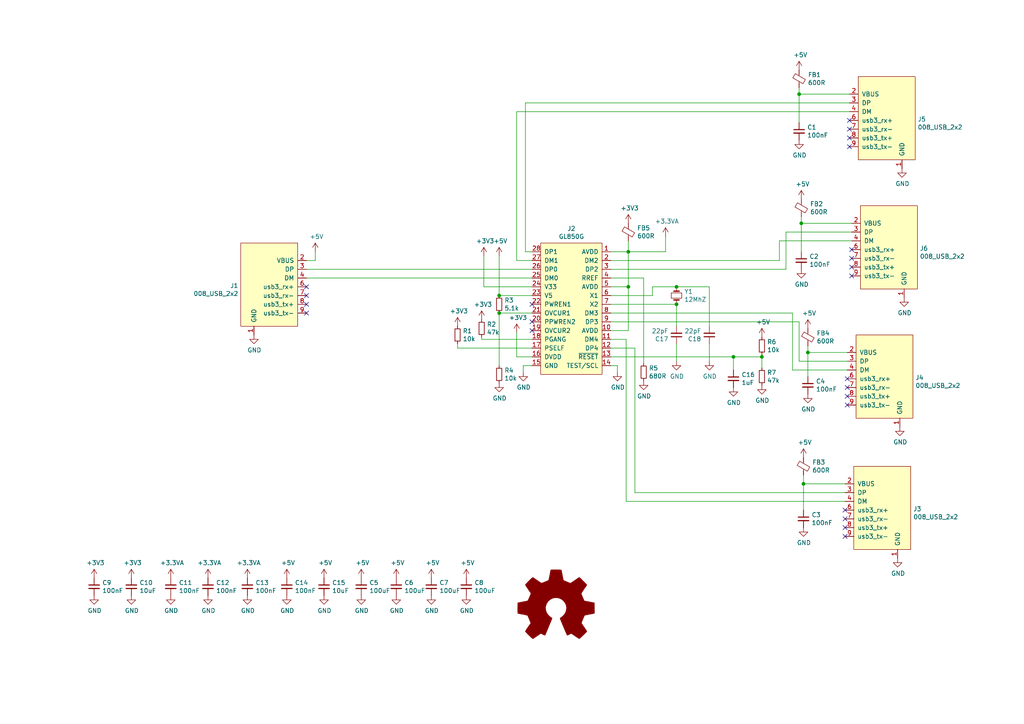
<source format=kicad_sch>
(kicad_sch (version 20211123) (generator eeschema)

  (uuid e877bf4a-4210-4bd3-b7b0-806eb4affc5b)

  (paper "A4")

  (lib_symbols
    (symbol "Device:C_Small" (pin_numbers hide) (pin_names (offset 0.254) hide) (in_bom yes) (on_board yes)
      (property "Reference" "C" (id 0) (at 0.254 1.778 0)
        (effects (font (size 1.27 1.27)) (justify left))
      )
      (property "Value" "C_Small" (id 1) (at 0.254 -2.032 0)
        (effects (font (size 1.27 1.27)) (justify left))
      )
      (property "Footprint" "" (id 2) (at 0 0 0)
        (effects (font (size 1.27 1.27)) hide)
      )
      (property "Datasheet" "~" (id 3) (at 0 0 0)
        (effects (font (size 1.27 1.27)) hide)
      )
      (property "ki_keywords" "capacitor cap" (id 4) (at 0 0 0)
        (effects (font (size 1.27 1.27)) hide)
      )
      (property "ki_description" "Unpolarized capacitor, small symbol" (id 5) (at 0 0 0)
        (effects (font (size 1.27 1.27)) hide)
      )
      (property "ki_fp_filters" "C_*" (id 6) (at 0 0 0)
        (effects (font (size 1.27 1.27)) hide)
      )
      (symbol "C_Small_0_1"
        (polyline
          (pts
            (xy -1.524 -0.508)
            (xy 1.524 -0.508)
          )
          (stroke (width 0.3302) (type default) (color 0 0 0 0))
          (fill (type none))
        )
        (polyline
          (pts
            (xy -1.524 0.508)
            (xy 1.524 0.508)
          )
          (stroke (width 0.3048) (type default) (color 0 0 0 0))
          (fill (type none))
        )
      )
      (symbol "C_Small_1_1"
        (pin passive line (at 0 2.54 270) (length 2.032)
          (name "~" (effects (font (size 1.27 1.27))))
          (number "1" (effects (font (size 1.27 1.27))))
        )
        (pin passive line (at 0 -2.54 90) (length 2.032)
          (name "~" (effects (font (size 1.27 1.27))))
          (number "2" (effects (font (size 1.27 1.27))))
        )
      )
    )
    (symbol "Device:Crystal_Small" (pin_numbers hide) (pin_names (offset 1.016) hide) (in_bom yes) (on_board yes)
      (property "Reference" "Y" (id 0) (at 0 2.54 0)
        (effects (font (size 1.27 1.27)))
      )
      (property "Value" "Crystal_Small" (id 1) (at 0 -2.54 0)
        (effects (font (size 1.27 1.27)))
      )
      (property "Footprint" "" (id 2) (at 0 0 0)
        (effects (font (size 1.27 1.27)) hide)
      )
      (property "Datasheet" "~" (id 3) (at 0 0 0)
        (effects (font (size 1.27 1.27)) hide)
      )
      (property "ki_keywords" "quartz ceramic resonator oscillator" (id 4) (at 0 0 0)
        (effects (font (size 1.27 1.27)) hide)
      )
      (property "ki_description" "Two pin crystal, small symbol" (id 5) (at 0 0 0)
        (effects (font (size 1.27 1.27)) hide)
      )
      (property "ki_fp_filters" "Crystal*" (id 6) (at 0 0 0)
        (effects (font (size 1.27 1.27)) hide)
      )
      (symbol "Crystal_Small_0_1"
        (rectangle (start -0.762 -1.524) (end 0.762 1.524)
          (stroke (width 0) (type default) (color 0 0 0 0))
          (fill (type none))
        )
        (polyline
          (pts
            (xy -1.27 -0.762)
            (xy -1.27 0.762)
          )
          (stroke (width 0.381) (type default) (color 0 0 0 0))
          (fill (type none))
        )
        (polyline
          (pts
            (xy 1.27 -0.762)
            (xy 1.27 0.762)
          )
          (stroke (width 0.381) (type default) (color 0 0 0 0))
          (fill (type none))
        )
      )
      (symbol "Crystal_Small_1_1"
        (pin passive line (at -2.54 0 0) (length 1.27)
          (name "1" (effects (font (size 1.27 1.27))))
          (number "1" (effects (font (size 1.27 1.27))))
        )
        (pin passive line (at 2.54 0 180) (length 1.27)
          (name "2" (effects (font (size 1.27 1.27))))
          (number "2" (effects (font (size 1.27 1.27))))
        )
      )
    )
    (symbol "Device:Ferrite_Bead_Small" (pin_numbers hide) (pin_names (offset 0)) (in_bom yes) (on_board yes)
      (property "Reference" "FB" (id 0) (at 1.905 1.27 0)
        (effects (font (size 1.27 1.27)) (justify left))
      )
      (property "Value" "Device_Ferrite_Bead_Small" (id 1) (at 1.905 -1.27 0)
        (effects (font (size 1.27 1.27)) (justify left))
      )
      (property "Footprint" "" (id 2) (at -1.778 0 90)
        (effects (font (size 1.27 1.27)) hide)
      )
      (property "Datasheet" "" (id 3) (at 0 0 0)
        (effects (font (size 1.27 1.27)) hide)
      )
      (property "ki_fp_filters" "Inductor_* L_* *Ferrite*" (id 4) (at 0 0 0)
        (effects (font (size 1.27 1.27)) hide)
      )
      (symbol "Ferrite_Bead_Small_0_1"
        (polyline
          (pts
            (xy 0 -1.27)
            (xy 0 -0.7874)
          )
          (stroke (width 0) (type default) (color 0 0 0 0))
          (fill (type none))
        )
        (polyline
          (pts
            (xy 0 0.889)
            (xy 0 1.2954)
          )
          (stroke (width 0) (type default) (color 0 0 0 0))
          (fill (type none))
        )
        (polyline
          (pts
            (xy -1.8288 0.2794)
            (xy -1.1176 1.4986)
            (xy 1.8288 -0.2032)
            (xy 1.1176 -1.4224)
            (xy -1.8288 0.2794)
          )
          (stroke (width 0) (type default) (color 0 0 0 0))
          (fill (type none))
        )
      )
      (symbol "Ferrite_Bead_Small_1_1"
        (pin passive line (at 0 2.54 270) (length 1.27)
          (name "~" (effects (font (size 1.27 1.27))))
          (number "1" (effects (font (size 1.27 1.27))))
        )
        (pin passive line (at 0 -2.54 90) (length 1.27)
          (name "~" (effects (font (size 1.27 1.27))))
          (number "2" (effects (font (size 1.27 1.27))))
        )
      )
    )
    (symbol "Device:R_Small" (pin_numbers hide) (pin_names (offset 0.254) hide) (in_bom yes) (on_board yes)
      (property "Reference" "R" (id 0) (at 0.762 0.508 0)
        (effects (font (size 1.27 1.27)) (justify left))
      )
      (property "Value" "R_Small" (id 1) (at 0.762 -1.016 0)
        (effects (font (size 1.27 1.27)) (justify left))
      )
      (property "Footprint" "" (id 2) (at 0 0 0)
        (effects (font (size 1.27 1.27)) hide)
      )
      (property "Datasheet" "~" (id 3) (at 0 0 0)
        (effects (font (size 1.27 1.27)) hide)
      )
      (property "ki_keywords" "R resistor" (id 4) (at 0 0 0)
        (effects (font (size 1.27 1.27)) hide)
      )
      (property "ki_description" "Resistor, small symbol" (id 5) (at 0 0 0)
        (effects (font (size 1.27 1.27)) hide)
      )
      (property "ki_fp_filters" "R_*" (id 6) (at 0 0 0)
        (effects (font (size 1.27 1.27)) hide)
      )
      (symbol "R_Small_0_1"
        (rectangle (start -0.762 1.778) (end 0.762 -1.778)
          (stroke (width 0.2032) (type default) (color 0 0 0 0))
          (fill (type none))
        )
      )
      (symbol "R_Small_1_1"
        (pin passive line (at 0 2.54 270) (length 0.762)
          (name "~" (effects (font (size 1.27 1.27))))
          (number "1" (effects (font (size 1.27 1.27))))
        )
        (pin passive line (at 0 -2.54 90) (length 0.762)
          (name "~" (effects (font (size 1.27 1.27))))
          (number "2" (effects (font (size 1.27 1.27))))
        )
      )
    )
    (symbol "Graphic:Logo_Open_Hardware_Large" (pin_names (offset 1.016)) (in_bom yes) (on_board yes)
      (property "Reference" "#LOGO" (id 0) (at 0 12.7 0)
        (effects (font (size 1.27 1.27)) hide)
      )
      (property "Value" "Logo_Open_Hardware_Large" (id 1) (at 0 -10.16 0)
        (effects (font (size 1.27 1.27)) hide)
      )
      (property "Footprint" "" (id 2) (at 0 0 0)
        (effects (font (size 1.27 1.27)) hide)
      )
      (property "Datasheet" "~" (id 3) (at 0 0 0)
        (effects (font (size 1.27 1.27)) hide)
      )
      (property "ki_keywords" "Logo" (id 4) (at 0 0 0)
        (effects (font (size 1.27 1.27)) hide)
      )
      (property "ki_description" "Open Hardware logo, large" (id 5) (at 0 0 0)
        (effects (font (size 1.27 1.27)) hide)
      )
      (symbol "Logo_Open_Hardware_Large_1_1"
        (polyline
          (pts
            (xy 6.731 -8.7122)
            (xy 6.6294 -8.6614)
            (xy 6.35 -8.4836)
            (xy 5.9944 -8.255)
            (xy 5.5372 -7.9502)
            (xy 5.1054 -7.6454)
            (xy 4.7498 -7.4168)
            (xy 4.4958 -7.239)
            (xy 4.3942 -7.1882)
            (xy 4.318 -7.2136)
            (xy 4.1148 -7.3152)
            (xy 3.81 -7.4676)
            (xy 3.6322 -7.5692)
            (xy 3.3528 -7.6708)
            (xy 3.2258 -7.6962)
            (xy 3.2004 -7.6708)
            (xy 3.0988 -7.4676)
            (xy 2.9464 -7.0866)
            (xy 2.7178 -6.604)
            (xy 2.4892 -6.0452)
            (xy 2.2352 -5.4356)
            (xy 1.9558 -4.826)
            (xy 1.7272 -4.2164)
            (xy 1.4986 -3.683)
            (xy 1.3208 -3.2512)
            (xy 1.2192 -2.9464)
            (xy 1.1684 -2.8194)
            (xy 1.1938 -2.794)
            (xy 1.3208 -2.667)
            (xy 1.5748 -2.4892)
            (xy 2.0828 -2.0574)
            (xy 2.6162 -1.397)
            (xy 2.921 -0.6604)
            (xy 3.048 0.1524)
            (xy 2.9464 0.9144)
            (xy 2.6416 1.6256)
            (xy 2.1336 2.286)
            (xy 1.524 2.7686)
            (xy 0.8128 3.0734)
            (xy 0 3.175)
            (xy -0.762 3.0988)
            (xy -1.4986 2.794)
            (xy -2.159 2.286)
            (xy -2.4384 1.9812)
            (xy -2.8194 1.3208)
            (xy -3.048 0.6096)
            (xy -3.0734 0.4318)
            (xy -3.0226 -0.3556)
            (xy -2.794 -1.0922)
            (xy -2.3876 -1.7526)
            (xy -1.8288 -2.3114)
            (xy -1.7526 -2.3622)
            (xy -1.4732 -2.5654)
            (xy -1.2954 -2.6924)
            (xy -1.1684 -2.8194)
            (xy -2.159 -5.207)
            (xy -2.3114 -5.588)
            (xy -2.5908 -6.2484)
            (xy -2.8194 -6.8072)
            (xy -3.0226 -7.2644)
            (xy -3.1496 -7.5692)
            (xy -3.2258 -7.6708)
            (xy -3.2258 -7.6962)
            (xy -3.302 -7.6962)
            (xy -3.4798 -7.6454)
            (xy -3.8354 -7.4676)
            (xy -4.0386 -7.366)
            (xy -4.2926 -7.239)
            (xy -4.4196 -7.1882)
            (xy -4.5212 -7.239)
            (xy -4.7498 -7.3914)
            (xy -5.1054 -7.6454)
            (xy -5.5372 -7.9248)
            (xy -5.9436 -8.2042)
            (xy -6.3246 -8.4582)
            (xy -6.604 -8.636)
            (xy -6.731 -8.7122)
            (xy -6.7564 -8.7122)
            (xy -6.858 -8.636)
            (xy -7.0866 -8.4582)
            (xy -7.4168 -8.1534)
            (xy -7.874 -7.6962)
            (xy -7.9502 -7.62)
            (xy -8.3312 -7.239)
            (xy -8.636 -6.9088)
            (xy -8.8392 -6.6802)
            (xy -8.9154 -6.5786)
            (xy -8.9154 -6.5786)
            (xy -8.8392 -6.4516)
            (xy -8.6614 -6.1722)
            (xy -8.4328 -5.7912)
            (xy -8.128 -5.3594)
            (xy -7.3152 -4.191)
            (xy -7.7724 -3.0988)
            (xy -7.8994 -2.7686)
            (xy -8.0772 -2.3622)
            (xy -8.2042 -2.0828)
            (xy -8.255 -1.9558)
            (xy -8.382 -1.905)
            (xy -8.6614 -1.8542)
            (xy -9.0932 -1.7526)
            (xy -9.6266 -1.651)
            (xy -10.1092 -1.5748)
            (xy -10.541 -1.4732)
            (xy -10.8712 -1.4224)
            (xy -11.0236 -1.397)
            (xy -11.049 -1.3716)
            (xy -11.0744 -1.2954)
            (xy -11.0998 -1.143)
            (xy -11.0998 -0.889)
            (xy -11.1252 -0.4572)
            (xy -11.1252 0.1524)
            (xy -11.1252 0.2286)
            (xy -11.0998 0.8128)
            (xy -11.0998 1.27)
            (xy -11.0744 1.5494)
            (xy -11.0744 1.6764)
            (xy -11.0744 1.6764)
            (xy -10.922 1.7018)
            (xy -10.6172 1.778)
            (xy -10.16 1.8542)
            (xy -9.652 1.9558)
            (xy -9.6012 1.9812)
            (xy -9.0932 2.0828)
            (xy -8.636 2.159)
            (xy -8.3312 2.2352)
            (xy -8.2042 2.286)
            (xy -8.1788 2.3114)
            (xy -8.0772 2.5146)
            (xy -7.9248 2.8448)
            (xy -7.747 3.2512)
            (xy -7.5692 3.6576)
            (xy -7.4168 4.0386)
            (xy -7.3152 4.318)
            (xy -7.2898 4.445)
            (xy -7.2898 4.445)
            (xy -7.366 4.572)
            (xy -7.5438 4.826)
            (xy -7.7978 5.207)
            (xy -8.128 5.6642)
            (xy -8.128 5.6896)
            (xy -8.4328 6.1468)
            (xy -8.6868 6.5278)
            (xy -8.8392 6.7818)
            (xy -8.9154 6.9088)
            (xy -8.9154 6.9088)
            (xy -8.8138 7.0358)
            (xy -8.5852 7.2898)
            (xy -8.255 7.6454)
            (xy -7.874 8.0264)
            (xy -7.747 8.1534)
            (xy -7.3152 8.5852)
            (xy -7.0104 8.8646)
            (xy -6.8326 8.9916)
            (xy -6.731 9.0424)
            (xy -6.731 9.0424)
            (xy -6.604 8.9408)
            (xy -6.3246 8.763)
            (xy -5.9436 8.509)
            (xy -5.4864 8.2042)
            (xy -5.461 8.1788)
            (xy -5.0038 7.874)
            (xy -4.6482 7.62)
            (xy -4.3688 7.4422)
            (xy -4.2672 7.3914)
            (xy -4.2418 7.3914)
            (xy -4.064 7.4422)
            (xy -3.7338 7.5438)
            (xy -3.3528 7.6962)
            (xy -2.9464 7.874)
            (xy -2.5654 8.0264)
            (xy -2.286 8.1534)
            (xy -2.159 8.2296)
            (xy -2.159 8.2296)
            (xy -2.1082 8.382)
            (xy -2.032 8.7122)
            (xy -1.9304 9.1694)
            (xy -1.8288 9.7282)
            (xy -1.8034 9.8044)
            (xy -1.7018 10.3378)
            (xy -1.6256 10.7696)
            (xy -1.5748 11.0744)
            (xy -1.524 11.2014)
            (xy -1.4478 11.2268)
            (xy -1.1938 11.2522)
            (xy -0.8128 11.2522)
            (xy -0.3302 11.2522)
            (xy 0.1524 11.2522)
            (xy 0.6604 11.2522)
            (xy 1.0668 11.2268)
            (xy 1.3716 11.2014)
            (xy 1.4986 11.176)
            (xy 1.4986 11.176)
            (xy 1.5494 11.0236)
            (xy 1.6256 10.6934)
            (xy 1.7018 10.2108)
            (xy 1.8288 9.6774)
            (xy 1.8288 9.5758)
            (xy 1.9304 9.0424)
            (xy 2.032 8.6106)
            (xy 2.0828 8.3058)
            (xy 2.1336 8.2042)
            (xy 2.159 8.1788)
            (xy 2.3876 8.0772)
            (xy 2.7432 7.9248)
            (xy 3.175 7.747)
            (xy 4.191 7.3406)
            (xy 5.461 8.2042)
            (xy 5.5626 8.2804)
            (xy 6.0198 8.5852)
            (xy 6.3754 8.8392)
            (xy 6.6294 8.9916)
            (xy 6.7564 9.0424)
            (xy 6.7564 9.0424)
            (xy 6.8834 8.9408)
            (xy 7.1374 8.7122)
            (xy 7.4676 8.382)
            (xy 7.8486 7.9756)
            (xy 8.1534 7.6962)
            (xy 8.4836 7.3406)
            (xy 8.7122 7.112)
            (xy 8.8392 6.9596)
            (xy 8.8646 6.858)
            (xy 8.8646 6.8072)
            (xy 8.7884 6.6802)
            (xy 8.6106 6.4008)
            (xy 8.3312 6.0198)
            (xy 8.0264 5.588)
            (xy 7.7978 5.207)
            (xy 7.5184 4.8006)
            (xy 7.3406 4.4958)
            (xy 7.2898 4.3434)
            (xy 7.2898 4.2926)
            (xy 7.3914 4.0386)
            (xy 7.5184 3.683)
            (xy 7.7216 3.2258)
            (xy 8.1534 2.2352)
            (xy 8.7884 2.1082)
            (xy 9.1948 2.0574)
            (xy 9.7536 1.9304)
            (xy 10.2616 1.8288)
            (xy 11.0998 1.6764)
            (xy 11.1252 -1.3208)
            (xy 10.9982 -1.3716)
            (xy 10.8712 -1.397)
            (xy 10.5664 -1.4732)
            (xy 10.1346 -1.5494)
            (xy 9.6266 -1.651)
            (xy 9.1948 -1.7272)
            (xy 8.7376 -1.8288)
            (xy 8.4328 -1.8796)
            (xy 8.2804 -1.905)
            (xy 8.255 -1.9558)
            (xy 8.1534 -2.159)
            (xy 7.9756 -2.5146)
            (xy 7.8232 -2.921)
            (xy 7.6454 -3.3274)
            (xy 7.493 -3.7338)
            (xy 7.366 -4.0132)
            (xy 7.3406 -4.191)
            (xy 7.3914 -4.2926)
            (xy 7.5692 -4.5466)
            (xy 7.7978 -4.9276)
            (xy 8.1026 -5.3594)
            (xy 8.4074 -5.7912)
            (xy 8.6614 -6.1722)
            (xy 8.8138 -6.4262)
            (xy 8.89 -6.5532)
            (xy 8.8646 -6.6548)
            (xy 8.6868 -6.858)
            (xy 8.3566 -7.1882)
            (xy 7.874 -7.6708)
            (xy 7.7978 -7.747)
            (xy 7.3914 -8.128)
            (xy 7.0612 -8.4328)
            (xy 6.8326 -8.636)
            (xy 6.731 -8.7122)
          )
          (stroke (width 0) (type default) (color 0 0 0 0))
          (fill (type outline))
        )
      )
    )
    (symbol "parts:GL850G" (pin_names (offset 1.016)) (in_bom yes) (on_board yes)
      (property "Reference" "J2" (id 0) (at 0 23.241 0)
        (effects (font (size 1.27 1.27)))
      )
      (property "Value" "GL850G" (id 1) (at 0 20.9296 0)
        (effects (font (size 1.27 1.27)))
      )
      (property "Footprint" "Package_SO:SSOP-28_5.3x10.2mm_P0.65mm" (id 2) (at -7.62 16.51 0)
        (effects (font (size 1.27 1.27)) hide)
      )
      (property "Datasheet" "" (id 3) (at -7.62 16.51 0)
        (effects (font (size 1.27 1.27)) hide)
      )
      (property "MPN" "GL850G" (id 4) (at 0 0 0)
        (effects (font (size 1.27 1.27)) hide)
      )
      (symbol "GL850G_0_1"
        (rectangle (start -8.89 19.05) (end 8.89 -19.05)
          (stroke (width 0) (type default) (color 0 0 0 0))
          (fill (type background))
        )
      )
      (symbol "GL850G_1_1"
        (pin unspecified line (at -11.43 16.51 0) (length 2.54)
          (name "AVDD" (effects (font (size 1.27 1.27))))
          (number "1" (effects (font (size 1.27 1.27))))
        )
        (pin unspecified line (at -11.43 -6.35 0) (length 2.54)
          (name "AVDD" (effects (font (size 1.27 1.27))))
          (number "10" (effects (font (size 1.27 1.27))))
        )
        (pin unspecified line (at -11.43 -8.89 0) (length 2.54)
          (name "DM4" (effects (font (size 1.27 1.27))))
          (number "11" (effects (font (size 1.27 1.27))))
        )
        (pin unspecified line (at -11.43 -11.43 0) (length 2.54)
          (name "DP4" (effects (font (size 1.27 1.27))))
          (number "12" (effects (font (size 1.27 1.27))))
        )
        (pin unspecified line (at -11.43 -13.97 0) (length 2.54)
          (name "~{RESET}" (effects (font (size 1.27 1.27))))
          (number "13" (effects (font (size 1.27 1.27))))
        )
        (pin unspecified line (at -11.43 -16.51 0) (length 2.54)
          (name "TEST/SCL" (effects (font (size 1.27 1.27))))
          (number "14" (effects (font (size 1.27 1.27))))
        )
        (pin unspecified line (at 11.43 -16.51 180) (length 2.54)
          (name "GND" (effects (font (size 1.27 1.27))))
          (number "15" (effects (font (size 1.27 1.27))))
        )
        (pin unspecified line (at 11.43 -13.97 180) (length 2.54)
          (name "DVDD" (effects (font (size 1.27 1.27))))
          (number "16" (effects (font (size 1.27 1.27))))
        )
        (pin unspecified line (at 11.43 -11.43 180) (length 2.54)
          (name "PSELF" (effects (font (size 1.27 1.27))))
          (number "17" (effects (font (size 1.27 1.27))))
        )
        (pin unspecified line (at 11.43 -8.89 180) (length 2.54)
          (name "PGANG" (effects (font (size 1.27 1.27))))
          (number "18" (effects (font (size 1.27 1.27))))
        )
        (pin unspecified line (at 11.43 -6.35 180) (length 2.54)
          (name "OVCUR2" (effects (font (size 1.27 1.27))))
          (number "19" (effects (font (size 1.27 1.27))))
        )
        (pin unspecified line (at -11.43 13.97 0) (length 2.54)
          (name "DM2" (effects (font (size 1.27 1.27))))
          (number "2" (effects (font (size 1.27 1.27))))
        )
        (pin unspecified line (at 11.43 -3.81 180) (length 2.54)
          (name "PPWREN2" (effects (font (size 1.27 1.27))))
          (number "20" (effects (font (size 1.27 1.27))))
        )
        (pin unspecified line (at 11.43 -1.27 180) (length 2.54)
          (name "OVCUR1" (effects (font (size 1.27 1.27))))
          (number "21" (effects (font (size 1.27 1.27))))
        )
        (pin unspecified line (at 11.43 1.27 180) (length 2.54)
          (name "PWREN1" (effects (font (size 1.27 1.27))))
          (number "22" (effects (font (size 1.27 1.27))))
        )
        (pin unspecified line (at 11.43 3.81 180) (length 2.54)
          (name "V5" (effects (font (size 1.27 1.27))))
          (number "23" (effects (font (size 1.27 1.27))))
        )
        (pin unspecified line (at 11.43 6.35 180) (length 2.54)
          (name "V33" (effects (font (size 1.27 1.27))))
          (number "24" (effects (font (size 1.27 1.27))))
        )
        (pin unspecified line (at 11.43 8.89 180) (length 2.54)
          (name "DM0" (effects (font (size 1.27 1.27))))
          (number "25" (effects (font (size 1.27 1.27))))
        )
        (pin unspecified line (at 11.43 11.43 180) (length 2.54)
          (name "DP0" (effects (font (size 1.27 1.27))))
          (number "26" (effects (font (size 1.27 1.27))))
        )
        (pin unspecified line (at 11.43 13.97 180) (length 2.54)
          (name "DM1" (effects (font (size 1.27 1.27))))
          (number "27" (effects (font (size 1.27 1.27))))
        )
        (pin unspecified line (at 11.43 16.51 180) (length 2.54)
          (name "DP1" (effects (font (size 1.27 1.27))))
          (number "28" (effects (font (size 1.27 1.27))))
        )
        (pin unspecified line (at -11.43 11.43 0) (length 2.54)
          (name "DP2" (effects (font (size 1.27 1.27))))
          (number "3" (effects (font (size 1.27 1.27))))
        )
        (pin unspecified line (at -11.43 8.89 0) (length 2.54)
          (name "RREF" (effects (font (size 1.27 1.27))))
          (number "4" (effects (font (size 1.27 1.27))))
        )
        (pin unspecified line (at -11.43 6.35 0) (length 2.54)
          (name "AVDD" (effects (font (size 1.27 1.27))))
          (number "5" (effects (font (size 1.27 1.27))))
        )
        (pin unspecified line (at -11.43 3.81 0) (length 2.54)
          (name "X1" (effects (font (size 1.27 1.27))))
          (number "6" (effects (font (size 1.27 1.27))))
        )
        (pin unspecified line (at -11.43 1.27 0) (length 2.54)
          (name "X2" (effects (font (size 1.27 1.27))))
          (number "7" (effects (font (size 1.27 1.27))))
        )
        (pin unspecified line (at -11.43 -1.27 0) (length 2.54)
          (name "DM3" (effects (font (size 1.27 1.27))))
          (number "8" (effects (font (size 1.27 1.27))))
        )
        (pin unspecified line (at -11.43 -3.81 0) (length 2.54)
          (name "DP3" (effects (font (size 1.27 1.27))))
          (number "9" (effects (font (size 1.27 1.27))))
        )
      )
    )
    (symbol "power:+3.3V" (power) (pin_names (offset 0)) (in_bom yes) (on_board yes)
      (property "Reference" "#PWR" (id 0) (at 0 -3.81 0)
        (effects (font (size 1.27 1.27)) hide)
      )
      (property "Value" "+3.3V" (id 1) (at 0 3.556 0)
        (effects (font (size 1.27 1.27)))
      )
      (property "Footprint" "" (id 2) (at 0 0 0)
        (effects (font (size 1.27 1.27)) hide)
      )
      (property "Datasheet" "" (id 3) (at 0 0 0)
        (effects (font (size 1.27 1.27)) hide)
      )
      (property "ki_keywords" "power-flag" (id 4) (at 0 0 0)
        (effects (font (size 1.27 1.27)) hide)
      )
      (property "ki_description" "Power symbol creates a global label with name \"+3.3V\"" (id 5) (at 0 0 0)
        (effects (font (size 1.27 1.27)) hide)
      )
      (symbol "+3.3V_0_1"
        (polyline
          (pts
            (xy -0.762 1.27)
            (xy 0 2.54)
          )
          (stroke (width 0) (type default) (color 0 0 0 0))
          (fill (type none))
        )
        (polyline
          (pts
            (xy 0 0)
            (xy 0 2.54)
          )
          (stroke (width 0) (type default) (color 0 0 0 0))
          (fill (type none))
        )
        (polyline
          (pts
            (xy 0 2.54)
            (xy 0.762 1.27)
          )
          (stroke (width 0) (type default) (color 0 0 0 0))
          (fill (type none))
        )
      )
      (symbol "+3.3V_1_1"
        (pin power_in line (at 0 0 90) (length 0) hide
          (name "+3V3" (effects (font (size 1.27 1.27))))
          (number "1" (effects (font (size 1.27 1.27))))
        )
      )
    )
    (symbol "power:+3.3VA" (power) (pin_names (offset 0)) (in_bom yes) (on_board yes)
      (property "Reference" "#PWR" (id 0) (at 0 -3.81 0)
        (effects (font (size 1.27 1.27)) hide)
      )
      (property "Value" "+3.3VA" (id 1) (at 0 3.556 0)
        (effects (font (size 1.27 1.27)))
      )
      (property "Footprint" "" (id 2) (at 0 0 0)
        (effects (font (size 1.27 1.27)) hide)
      )
      (property "Datasheet" "" (id 3) (at 0 0 0)
        (effects (font (size 1.27 1.27)) hide)
      )
      (property "ki_keywords" "power-flag" (id 4) (at 0 0 0)
        (effects (font (size 1.27 1.27)) hide)
      )
      (property "ki_description" "Power symbol creates a global label with name \"+3.3VA\"" (id 5) (at 0 0 0)
        (effects (font (size 1.27 1.27)) hide)
      )
      (symbol "+3.3VA_0_1"
        (polyline
          (pts
            (xy -0.762 1.27)
            (xy 0 2.54)
          )
          (stroke (width 0) (type default) (color 0 0 0 0))
          (fill (type none))
        )
        (polyline
          (pts
            (xy 0 0)
            (xy 0 2.54)
          )
          (stroke (width 0) (type default) (color 0 0 0 0))
          (fill (type none))
        )
        (polyline
          (pts
            (xy 0 2.54)
            (xy 0.762 1.27)
          )
          (stroke (width 0) (type default) (color 0 0 0 0))
          (fill (type none))
        )
      )
      (symbol "+3.3VA_1_1"
        (pin power_in line (at 0 0 90) (length 0) hide
          (name "+3.3VA" (effects (font (size 1.27 1.27))))
          (number "1" (effects (font (size 1.27 1.27))))
        )
      )
    )
    (symbol "power:+5V" (power) (pin_names (offset 0)) (in_bom yes) (on_board yes)
      (property "Reference" "#PWR" (id 0) (at 0 -3.81 0)
        (effects (font (size 1.27 1.27)) hide)
      )
      (property "Value" "+5V" (id 1) (at 0 3.556 0)
        (effects (font (size 1.27 1.27)))
      )
      (property "Footprint" "" (id 2) (at 0 0 0)
        (effects (font (size 1.27 1.27)) hide)
      )
      (property "Datasheet" "" (id 3) (at 0 0 0)
        (effects (font (size 1.27 1.27)) hide)
      )
      (property "ki_keywords" "power-flag" (id 4) (at 0 0 0)
        (effects (font (size 1.27 1.27)) hide)
      )
      (property "ki_description" "Power symbol creates a global label with name \"+5V\"" (id 5) (at 0 0 0)
        (effects (font (size 1.27 1.27)) hide)
      )
      (symbol "+5V_0_1"
        (polyline
          (pts
            (xy -0.762 1.27)
            (xy 0 2.54)
          )
          (stroke (width 0) (type default) (color 0 0 0 0))
          (fill (type none))
        )
        (polyline
          (pts
            (xy 0 0)
            (xy 0 2.54)
          )
          (stroke (width 0) (type default) (color 0 0 0 0))
          (fill (type none))
        )
        (polyline
          (pts
            (xy 0 2.54)
            (xy 0.762 1.27)
          )
          (stroke (width 0) (type default) (color 0 0 0 0))
          (fill (type none))
        )
      )
      (symbol "+5V_1_1"
        (pin power_in line (at 0 0 90) (length 0) hide
          (name "+5V" (effects (font (size 1.27 1.27))))
          (number "1" (effects (font (size 1.27 1.27))))
        )
      )
    )
    (symbol "power:GND" (power) (pin_names (offset 0)) (in_bom yes) (on_board yes)
      (property "Reference" "#PWR" (id 0) (at 0 -6.35 0)
        (effects (font (size 1.27 1.27)) hide)
      )
      (property "Value" "GND" (id 1) (at 0 -3.81 0)
        (effects (font (size 1.27 1.27)))
      )
      (property "Footprint" "" (id 2) (at 0 0 0)
        (effects (font (size 1.27 1.27)) hide)
      )
      (property "Datasheet" "" (id 3) (at 0 0 0)
        (effects (font (size 1.27 1.27)) hide)
      )
      (property "ki_keywords" "power-flag" (id 4) (at 0 0 0)
        (effects (font (size 1.27 1.27)) hide)
      )
      (property "ki_description" "Power symbol creates a global label with name \"GND\" , ground" (id 5) (at 0 0 0)
        (effects (font (size 1.27 1.27)) hide)
      )
      (symbol "GND_0_1"
        (polyline
          (pts
            (xy 0 0)
            (xy 0 -1.27)
            (xy 1.27 -1.27)
            (xy 0 -2.54)
            (xy -1.27 -1.27)
            (xy 0 -1.27)
          )
          (stroke (width 0) (type default) (color 0 0 0 0))
          (fill (type none))
        )
      )
      (symbol "GND_1_1"
        (pin power_in line (at 0 0 270) (length 0) hide
          (name "GND" (effects (font (size 1.27 1.27))))
          (number "1" (effects (font (size 1.27 1.27))))
        )
      )
    )
    (symbol "put_on_edge:008_USB" (pin_names (offset 1.016)) (in_bom yes) (on_board yes)
      (property "Reference" "J" (id 0) (at -2.54 13.97 0)
        (effects (font (size 1.27 1.27)))
      )
      (property "Value" "008_USB" (id 1) (at 8.89 13.97 0)
        (effects (font (size 1.27 1.27)))
      )
      (property "Footprint" "" (id 2) (at 7.62 16.51 0)
        (effects (font (size 1.27 1.27)) hide)
      )
      (property "Datasheet" "" (id 3) (at 7.62 16.51 0)
        (effects (font (size 1.27 1.27)) hide)
      )
      (symbol "008_USB_0_1"
        (rectangle (start -8.89 12.7) (end 7.62 -11.43)
          (stroke (width 0) (type default) (color 0 0 0 0))
          (fill (type background))
        )
      )
      (symbol "008_USB_1_1"
        (pin power_in line (at 3.81 -13.97 90) (length 2.54)
          (name "GND" (effects (font (size 1.27 1.27))))
          (number "1" (effects (font (size 1.27 1.27))))
        )
        (pin power_in line (at -11.43 7.62 0) (length 2.54)
          (name "VBUS" (effects (font (size 1.27 1.27))))
          (number "2" (effects (font (size 1.27 1.27))))
        )
        (pin bidirectional line (at -11.43 5.08 0) (length 2.54)
          (name "DP" (effects (font (size 1.27 1.27))))
          (number "3" (effects (font (size 1.27 1.27))))
        )
        (pin bidirectional line (at -11.43 2.54 0) (length 2.54)
          (name "DM" (effects (font (size 1.27 1.27))))
          (number "4" (effects (font (size 1.27 1.27))))
        )
        (pin input line (at -11.43 0 0) (length 2.54)
          (name "usb3_rx+" (effects (font (size 1.27 1.27))))
          (number "6" (effects (font (size 1.27 1.27))))
        )
        (pin input line (at -11.43 -2.54 0) (length 2.54)
          (name "usb3_rx-" (effects (font (size 1.27 1.27))))
          (number "7" (effects (font (size 1.27 1.27))))
        )
        (pin input line (at -11.43 -5.08 0) (length 2.54)
          (name "usb3_tx+" (effects (font (size 1.27 1.27))))
          (number "8" (effects (font (size 1.27 1.27))))
        )
        (pin input line (at -11.43 -7.62 0) (length 2.54)
          (name "usb3_tx-" (effects (font (size 1.27 1.27))))
          (number "9" (effects (font (size 1.27 1.27))))
        )
      )
    )
  )

  (junction (at 182.245 73.025) (diameter 0) (color 0 0 0 0)
    (uuid 03c7f780-fc1b-487a-b30d-567d6c09fdc8)
  )
  (junction (at 196.215 88.265) (diameter 0) (color 0 0 0 0)
    (uuid 43707e99-bdd7-4b02-9974-540ed6c2b0aa)
  )
  (junction (at 182.245 83.185) (diameter 0) (color 0 0 0 0)
    (uuid 477892a1-722e-4cda-bb6c-fcdb8ba5f93e)
  )
  (junction (at 220.98 103.505) (diameter 0) (color 0 0 0 0)
    (uuid 65134029-dbd2-409a-85a8-13c2a33ff019)
  )
  (junction (at 233.045 140.335) (diameter 0) (color 0 0 0 0)
    (uuid 7d928d56-093a-4ca8-aed1-414b7e703b45)
  )
  (junction (at 144.78 85.725) (diameter 0) (color 0 0 0 0)
    (uuid 935f462d-8b1e-4005-9f1e-17f537ab1756)
  )
  (junction (at 212.725 103.505) (diameter 0) (color 0 0 0 0)
    (uuid a8447faf-e0a0-4c4a-ae53-4d4b28669151)
  )
  (junction (at 196.215 83.185) (diameter 0) (color 0 0 0 0)
    (uuid b0271cdd-de22-4bf4-8f55-fc137cfbd4ec)
  )
  (junction (at 232.41 64.77) (diameter 0) (color 0 0 0 0)
    (uuid c7e7067c-5f5e-48d8-ab59-df26f9b35863)
  )
  (junction (at 144.78 90.805) (diameter 0) (color 0 0 0 0)
    (uuid cb16d05e-318b-4e51-867b-70d791d75bea)
  )
  (junction (at 231.775 27.305) (diameter 0) (color 0 0 0 0)
    (uuid e472dac4-5b65-4920-b8b2-6065d140a69d)
  )
  (junction (at 234.315 102.235) (diameter 0) (color 0 0 0 0)
    (uuid f202141e-c20d-4cac-b016-06a44f2ecce8)
  )

  (no_connect (at 246.38 40.005) (uuid 180245d9-4a3f-4d1b-adcc-b4eafac722e0))
  (no_connect (at 88.9 88.265) (uuid 1fbb0219-551e-409b-a61b-76e8cebdfb9d))
  (no_connect (at 247.015 72.39) (uuid 28e37b45-f843-47c2-85c9-ca19f5430ece))
  (no_connect (at 154.305 88.265) (uuid 29e058a7-50a3-43e5-81c3-bfee53da08be))
  (no_connect (at 245.11 153.035) (uuid 3326423d-8df7-4a7e-a354-349430b8fbd7))
  (no_connect (at 247.015 80.01) (uuid 3c5e5ea9-793d-46e3-86bc-5884c4490dc7))
  (no_connect (at 245.11 155.575) (uuid 4d4fecdd-be4a-47e9-9085-2268d5852d8f))
  (no_connect (at 245.11 150.495) (uuid 4ec618ae-096f-4256-9328-005ee04f13d6))
  (no_connect (at 246.38 37.465) (uuid 54212c01-b363-47b8-a145-45c40df316f4))
  (no_connect (at 154.305 93.345) (uuid 5cf2db29-f7ab-499a-9907-cdeba64bf0f3))
  (no_connect (at 245.745 114.935) (uuid 5d9921f1-08b3-4cc9-8cf7-e9a72ca2fdb7))
  (no_connect (at 88.9 83.185) (uuid 79770cd5-32d7-429a-8248-0d9e6212231a))
  (no_connect (at 88.9 90.805) (uuid 7bfba61b-6752-4a45-9ee6-5984dcb15041))
  (no_connect (at 247.015 74.93) (uuid 88610282-a92d-4c3d-917a-ea95d59e0759))
  (no_connect (at 245.11 147.955) (uuid 92035a88-6c95-4a61-bd8a-cb8dd9e5018a))
  (no_connect (at 247.015 77.47) (uuid 98914cc3-56fe-40bb-820a-3d157225c145))
  (no_connect (at 88.9 85.725) (uuid 99332785-d9f1-4363-9377-26ddc18e6d2c))
  (no_connect (at 246.38 34.925) (uuid 99dfa524-0366-4808-b4e8-328fc38e8656))
  (no_connect (at 245.745 109.855) (uuid 9dcdc92b-2219-4a4a-8954-45f02cc3ab25))
  (no_connect (at 245.745 117.475) (uuid c8b6b273-3d20-4a46-8069-f6d608563604))
  (no_connect (at 245.745 112.395) (uuid dae72997-44fc-4275-b36f-cd70bf46cfba))
  (no_connect (at 246.38 42.545) (uuid f8f3a9fc-1e34-4573-a767-508104e8d242))
  (no_connect (at 154.305 95.885) (uuid feb26ecb-9193-46ea-a41b-d09305bf0a3e))

  (wire (pts (xy 233.045 147.955) (xy 233.045 140.335))
    (stroke (width 0) (type default) (color 0 0 0 0))
    (uuid 003c2200-0632-4808-a662-8ddd5d30c768)
  )
  (wire (pts (xy 144.78 85.725) (xy 154.305 85.725))
    (stroke (width 0) (type default) (color 0 0 0 0))
    (uuid 057af6bb-cf6f-4bfb-b0c0-2e92a2c09a47)
  )
  (wire (pts (xy 196.215 83.185) (xy 205.74 83.185))
    (stroke (width 0) (type default) (color 0 0 0 0))
    (uuid 076046ab-4b56-4060-b8d9-0d80806d0277)
  )
  (wire (pts (xy 233.045 140.335) (xy 245.11 140.335))
    (stroke (width 0) (type default) (color 0 0 0 0))
    (uuid 0fd35a3e-b394-4aae-875a-fac843f9cbb7)
  )
  (wire (pts (xy 177.165 103.505) (xy 212.725 103.505))
    (stroke (width 0) (type default) (color 0 0 0 0))
    (uuid 101ef598-601d-400e-9ef6-d655fbb1dbfa)
  )
  (wire (pts (xy 186.69 80.645) (xy 177.165 80.645))
    (stroke (width 0) (type default) (color 0 0 0 0))
    (uuid 109caac1-5036-4f23-9a66-f569d871501b)
  )
  (wire (pts (xy 189.23 83.185) (xy 196.215 83.185))
    (stroke (width 0) (type default) (color 0 0 0 0))
    (uuid 1171ce37-6ad7-4662-bb68-5592c945ebf3)
  )
  (wire (pts (xy 212.725 103.505) (xy 212.725 107.315))
    (stroke (width 0) (type default) (color 0 0 0 0))
    (uuid 14c51520-6d91-4098-a59a-5121f2a898f7)
  )
  (wire (pts (xy 196.215 94.615) (xy 196.215 88.265))
    (stroke (width 0) (type default) (color 0 0 0 0))
    (uuid 16121028-bdf5-49c0-aae7-e28fe5bfa771)
  )
  (wire (pts (xy 186.69 105.41) (xy 186.69 80.645))
    (stroke (width 0) (type default) (color 0 0 0 0))
    (uuid 19b0959e-a79b-43b2-a5ad-525ced7e9131)
  )
  (wire (pts (xy 226.06 75.565) (xy 226.06 69.85))
    (stroke (width 0) (type default) (color 0 0 0 0))
    (uuid 1e1b062d-fad0-427c-a622-c5b8a80b5268)
  )
  (wire (pts (xy 144.78 74.295) (xy 144.78 85.725))
    (stroke (width 0) (type default) (color 0 0 0 0))
    (uuid 20c315f4-1e4f-49aa-8d61-778a7389df7e)
  )
  (wire (pts (xy 139.7 97.79) (xy 139.7 98.425))
    (stroke (width 0) (type default) (color 0 0 0 0))
    (uuid 20cca02e-4c4d-4961-b6b4-b40a1731b220)
  )
  (wire (pts (xy 232.41 62.865) (xy 232.41 64.77))
    (stroke (width 0) (type default) (color 0 0 0 0))
    (uuid 21ae9c3a-7138-444e-be38-56a4842ab594)
  )
  (wire (pts (xy 132.715 99.695) (xy 132.715 100.965))
    (stroke (width 0) (type default) (color 0 0 0 0))
    (uuid 262f1ea9-0133-4b43-be36-456207ea857c)
  )
  (wire (pts (xy 231.775 35.56) (xy 231.775 27.305))
    (stroke (width 0) (type default) (color 0 0 0 0))
    (uuid 29e78086-2175-405e-9ba3-c48766d2f50c)
  )
  (wire (pts (xy 229.87 90.805) (xy 229.87 107.315))
    (stroke (width 0) (type default) (color 0 0 0 0))
    (uuid 2e642b3e-a476-4c54-9a52-dcea955640cd)
  )
  (wire (pts (xy 227.965 78.105) (xy 227.965 67.31))
    (stroke (width 0) (type default) (color 0 0 0 0))
    (uuid 30f15357-ce1d-48b9-93dc-7d9b1b2aa048)
  )
  (wire (pts (xy 232.41 73.025) (xy 232.41 64.77))
    (stroke (width 0) (type default) (color 0 0 0 0))
    (uuid 3aaee4c4-dbf7-49a5-a620-9465d8cc3ae7)
  )
  (wire (pts (xy 149.86 75.565) (xy 154.305 75.565))
    (stroke (width 0) (type default) (color 0 0 0 0))
    (uuid 3b838d52-596d-4e4d-a6ac-e4c8e7621137)
  )
  (wire (pts (xy 140.335 83.185) (xy 154.305 83.185))
    (stroke (width 0) (type default) (color 0 0 0 0))
    (uuid 3fd54105-4b7e-4004-9801-76ec66108a22)
  )
  (wire (pts (xy 231.775 104.775) (xy 245.745 104.775))
    (stroke (width 0) (type default) (color 0 0 0 0))
    (uuid 4185c36c-c66e-4dbd-be5d-841e551f4885)
  )
  (wire (pts (xy 151.765 106.045) (xy 154.305 106.045))
    (stroke (width 0) (type default) (color 0 0 0 0))
    (uuid 44d8279a-9cd1-4db6-856f-0363131605fc)
  )
  (wire (pts (xy 182.245 95.885) (xy 182.245 83.185))
    (stroke (width 0) (type default) (color 0 0 0 0))
    (uuid 4d586a18-26c5-441e-a9ff-8125ee516126)
  )
  (wire (pts (xy 179.07 106.045) (xy 177.165 106.045))
    (stroke (width 0) (type default) (color 0 0 0 0))
    (uuid 4fb02e58-160a-4a39-9f22-d0c75e82ee72)
  )
  (wire (pts (xy 231.775 104.775) (xy 231.775 93.345))
    (stroke (width 0) (type default) (color 0 0 0 0))
    (uuid 5038e144-5119-49db-b6cf-f7c345f1cf03)
  )
  (wire (pts (xy 177.165 98.425) (xy 181.61 98.425))
    (stroke (width 0) (type default) (color 0 0 0 0))
    (uuid 54365317-1355-4216-bb75-829375abc4ec)
  )
  (wire (pts (xy 139.7 98.425) (xy 154.305 98.425))
    (stroke (width 0) (type default) (color 0 0 0 0))
    (uuid 5487601b-81d3-4c70-8f3d-cf9df9c63302)
  )
  (wire (pts (xy 220.98 106.68) (xy 220.98 103.505))
    (stroke (width 0) (type default) (color 0 0 0 0))
    (uuid 644ae9fc-3c8e-4089-866e-a12bf371c3e9)
  )
  (wire (pts (xy 152.4 73.025) (xy 152.4 29.845))
    (stroke (width 0) (type default) (color 0 0 0 0))
    (uuid 66116376-6967-4178-9f23-a26cdeafc400)
  )
  (wire (pts (xy 149.86 103.505) (xy 154.305 103.505))
    (stroke (width 0) (type default) (color 0 0 0 0))
    (uuid 6a2b20ae-096c-4d9f-92f8-2087c865914f)
  )
  (wire (pts (xy 140.335 74.295) (xy 140.335 83.185))
    (stroke (width 0) (type default) (color 0 0 0 0))
    (uuid 6fd4442e-30b3-428b-9306-61418a63d311)
  )
  (wire (pts (xy 227.965 67.31) (xy 247.015 67.31))
    (stroke (width 0) (type default) (color 0 0 0 0))
    (uuid 71c6e723-673c-45a9-a0e4-9742220c52a3)
  )
  (wire (pts (xy 149.86 32.385) (xy 149.86 75.565))
    (stroke (width 0) (type default) (color 0 0 0 0))
    (uuid 749dfe75-c0d6-4872-9330-29c5bbcb8ff8)
  )
  (wire (pts (xy 177.165 73.025) (xy 182.245 73.025))
    (stroke (width 0) (type default) (color 0 0 0 0))
    (uuid 79e31048-072a-4a40-a625-26bb0b5f046b)
  )
  (wire (pts (xy 220.98 103.505) (xy 220.98 102.87))
    (stroke (width 0) (type default) (color 0 0 0 0))
    (uuid 7f2301df-e4bc-479e-a681-cc59c9a2dbbb)
  )
  (wire (pts (xy 212.725 103.505) (xy 220.98 103.505))
    (stroke (width 0) (type default) (color 0 0 0 0))
    (uuid 7f52d787-caa3-4a92-b1b2-19d554dc29a4)
  )
  (wire (pts (xy 193.04 73.025) (xy 193.04 68.58))
    (stroke (width 0) (type default) (color 0 0 0 0))
    (uuid 8195a7cf-4576-44dd-9e0e-ee048fdb93dd)
  )
  (wire (pts (xy 91.44 75.565) (xy 91.44 73.025))
    (stroke (width 0) (type default) (color 0 0 0 0))
    (uuid 82be7aae-5d06-4178-8c3e-98760c41b054)
  )
  (wire (pts (xy 231.775 27.305) (xy 246.38 27.305))
    (stroke (width 0) (type default) (color 0 0 0 0))
    (uuid 8458d41c-5d62-455d-b6e1-9f718c0faac9)
  )
  (wire (pts (xy 234.315 109.22) (xy 234.315 102.235))
    (stroke (width 0) (type default) (color 0 0 0 0))
    (uuid 852dabbf-de45-4470-8176-59d37a754407)
  )
  (wire (pts (xy 177.165 90.805) (xy 229.87 90.805))
    (stroke (width 0) (type default) (color 0 0 0 0))
    (uuid 87371631-aa02-498a-998a-09bdb74784c1)
  )
  (wire (pts (xy 231.775 25.4) (xy 231.775 27.305))
    (stroke (width 0) (type default) (color 0 0 0 0))
    (uuid 8d9a3ecc-539f-41da-8099-d37cea9c28e7)
  )
  (wire (pts (xy 152.4 29.845) (xy 246.38 29.845))
    (stroke (width 0) (type default) (color 0 0 0 0))
    (uuid 8de2d84c-ff45-4d4f-bc49-c166f6ae6b91)
  )
  (wire (pts (xy 177.165 95.885) (xy 182.245 95.885))
    (stroke (width 0) (type default) (color 0 0 0 0))
    (uuid 9186fd02-f30d-4e17-aa38-378ab73e3908)
  )
  (wire (pts (xy 149.86 32.385) (xy 246.38 32.385))
    (stroke (width 0) (type default) (color 0 0 0 0))
    (uuid 935057d5-6882-4c15-9a35-54677912ba12)
  )
  (wire (pts (xy 189.23 85.725) (xy 189.23 83.185))
    (stroke (width 0) (type default) (color 0 0 0 0))
    (uuid 98b00c9d-9188-4bce-aa70-92d12dd9cf82)
  )
  (wire (pts (xy 234.315 100.33) (xy 234.315 102.235))
    (stroke (width 0) (type default) (color 0 0 0 0))
    (uuid a17904b9-135e-4dae-ae20-401c7787de72)
  )
  (wire (pts (xy 181.61 98.425) (xy 181.61 145.415))
    (stroke (width 0) (type default) (color 0 0 0 0))
    (uuid a3e4f0ae-9f86-49e9-b386-ed8b42e012fb)
  )
  (wire (pts (xy 184.15 142.875) (xy 184.15 100.965))
    (stroke (width 0) (type default) (color 0 0 0 0))
    (uuid a690fc6c-55d9-47e6-b533-faa4b67e20f3)
  )
  (wire (pts (xy 229.87 107.315) (xy 245.745 107.315))
    (stroke (width 0) (type default) (color 0 0 0 0))
    (uuid a8b4bc7e-da32-4fb8-b71a-d7b47c6f741f)
  )
  (wire (pts (xy 231.775 93.345) (xy 177.165 93.345))
    (stroke (width 0) (type default) (color 0 0 0 0))
    (uuid ac264c30-3e9a-4be2-b97a-9949b68bd497)
  )
  (wire (pts (xy 154.305 78.105) (xy 88.9 78.105))
    (stroke (width 0) (type default) (color 0 0 0 0))
    (uuid afb8e687-4a13-41a1-b8c0-89a749e897fe)
  )
  (wire (pts (xy 226.06 69.85) (xy 247.015 69.85))
    (stroke (width 0) (type default) (color 0 0 0 0))
    (uuid b4833916-7a3e-4498-86fb-ec6d13262ffe)
  )
  (wire (pts (xy 182.245 83.185) (xy 182.245 73.025))
    (stroke (width 0) (type default) (color 0 0 0 0))
    (uuid b873bc5d-a9af-4bd9-afcb-87ce4d417120)
  )
  (wire (pts (xy 144.78 90.805) (xy 154.305 90.805))
    (stroke (width 0) (type default) (color 0 0 0 0))
    (uuid bd9595a1-04f3-4fda-8f1b-e65ad874edd3)
  )
  (wire (pts (xy 144.78 106.045) (xy 144.78 90.805))
    (stroke (width 0) (type default) (color 0 0 0 0))
    (uuid be645d0f-8568-47a0-a152-e3ddd33563eb)
  )
  (wire (pts (xy 184.15 142.875) (xy 245.11 142.875))
    (stroke (width 0) (type default) (color 0 0 0 0))
    (uuid c088f712-1abe-4cac-9a8b-d564931395aa)
  )
  (wire (pts (xy 184.15 100.965) (xy 177.165 100.965))
    (stroke (width 0) (type default) (color 0 0 0 0))
    (uuid c144caa5-b0d4-4cef-840a-d4ad178a2102)
  )
  (wire (pts (xy 132.715 100.965) (xy 154.305 100.965))
    (stroke (width 0) (type default) (color 0 0 0 0))
    (uuid c1c799a0-3c93-493a-9ad7-8a0561bc69ee)
  )
  (wire (pts (xy 205.74 94.615) (xy 205.74 83.185))
    (stroke (width 0) (type default) (color 0 0 0 0))
    (uuid c3c499b1-9227-4e4b-9982-f9f1aa6203b9)
  )
  (wire (pts (xy 182.245 73.025) (xy 182.245 69.85))
    (stroke (width 0) (type default) (color 0 0 0 0))
    (uuid c76d4423-ef1b-4a6f-8176-33d65f2877bb)
  )
  (wire (pts (xy 177.165 85.725) (xy 189.23 85.725))
    (stroke (width 0) (type default) (color 0 0 0 0))
    (uuid c8fd9dd3-06ad-4146-9239-0065013959ef)
  )
  (wire (pts (xy 233.045 137.795) (xy 233.045 140.335))
    (stroke (width 0) (type default) (color 0 0 0 0))
    (uuid ca87f11b-5f48-4b57-8535-68d3ec2fe5a9)
  )
  (wire (pts (xy 177.165 75.565) (xy 226.06 75.565))
    (stroke (width 0) (type default) (color 0 0 0 0))
    (uuid cbdcaa78-3bbc-413f-91bf-2709119373ce)
  )
  (wire (pts (xy 234.315 102.235) (xy 245.745 102.235))
    (stroke (width 0) (type default) (color 0 0 0 0))
    (uuid cc48dd41-7768-48d3-b096-2c4cc2126c9d)
  )
  (wire (pts (xy 149.86 96.52) (xy 149.86 103.505))
    (stroke (width 0) (type default) (color 0 0 0 0))
    (uuid d39d813e-3e64-490c-ba5c-a64bb5ad6bd0)
  )
  (wire (pts (xy 177.165 88.265) (xy 196.215 88.265))
    (stroke (width 0) (type default) (color 0 0 0 0))
    (uuid d4c9471f-7503-4339-928c-d1abae1eede6)
  )
  (wire (pts (xy 177.165 78.105) (xy 227.965 78.105))
    (stroke (width 0) (type default) (color 0 0 0 0))
    (uuid d8603679-3e7b-4337-8dbc-1827f5f54d8a)
  )
  (wire (pts (xy 88.9 80.645) (xy 154.305 80.645))
    (stroke (width 0) (type default) (color 0 0 0 0))
    (uuid da469d11-a8a4-414b-9449-d151eeaf4853)
  )
  (wire (pts (xy 232.41 64.77) (xy 247.015 64.77))
    (stroke (width 0) (type default) (color 0 0 0 0))
    (uuid e091e263-c616-48ef-a460-465c70218987)
  )
  (wire (pts (xy 182.245 73.025) (xy 193.04 73.025))
    (stroke (width 0) (type default) (color 0 0 0 0))
    (uuid e0f06b5c-de63-4833-a591-ca9e19217a35)
  )
  (wire (pts (xy 196.215 104.775) (xy 196.215 99.695))
    (stroke (width 0) (type default) (color 0 0 0 0))
    (uuid e17e6c0e-7e5b-43f0-ad48-0a2760b45b04)
  )
  (wire (pts (xy 205.74 104.775) (xy 205.74 99.695))
    (stroke (width 0) (type default) (color 0 0 0 0))
    (uuid e4e20505-1208-4100-a4aa-676f50844c06)
  )
  (wire (pts (xy 179.07 107.95) (xy 179.07 106.045))
    (stroke (width 0) (type default) (color 0 0 0 0))
    (uuid e615f7aa-337e-474d-9615-2ad82b1c44ca)
  )
  (wire (pts (xy 88.9 75.565) (xy 91.44 75.565))
    (stroke (width 0) (type default) (color 0 0 0 0))
    (uuid e65b62be-e01b-4688-a999-1d1be370c4ae)
  )
  (wire (pts (xy 181.61 145.415) (xy 245.11 145.415))
    (stroke (width 0) (type default) (color 0 0 0 0))
    (uuid ea6fde00-59dc-4a79-a647-7e38199fae0e)
  )
  (wire (pts (xy 154.305 73.025) (xy 152.4 73.025))
    (stroke (width 0) (type default) (color 0 0 0 0))
    (uuid eb667eea-300e-4ca7-8a6f-4b00de80cd45)
  )
  (wire (pts (xy 151.765 107.95) (xy 151.765 106.045))
    (stroke (width 0) (type default) (color 0 0 0 0))
    (uuid ef8fe2ac-6a7f-4682-9418-b801a1b10a3b)
  )
  (wire (pts (xy 177.165 83.185) (xy 182.245 83.185))
    (stroke (width 0) (type default) (color 0 0 0 0))
    (uuid f7667b23-296e-4362-a7e3-949632c8954b)
  )

  (symbol (lib_id "put_on_edge:008_USB") (at 77.47 83.185 0) (mirror y) (unit 1)
    (in_bom yes) (on_board yes)
    (uuid 00000000-0000-0000-0000-0000602adece)
    (property "Reference" "J1" (id 0) (at 69.1388 82.8548 0)
      (effects (font (size 1.27 1.27)) (justify left))
    )
    (property "Value" "008_USB_2x2" (id 1) (at 69.1388 85.1662 0)
      (effects (font (size 1.27 1.27)) (justify left))
    )
    (property "Footprint" "on_edge:on_edge_2x05_device" (id 2) (at 69.85 66.675 0)
      (effects (font (size 1.27 1.27)) hide)
    )
    (property "Datasheet" "" (id 3) (at 69.85 66.675 0)
      (effects (font (size 1.27 1.27)) hide)
    )
    (pin "1" (uuid 343a1668-7762-46c7-9fd5-7dde82b71b61))
    (pin "2" (uuid c401f6df-7318-4f65-81ff-5d5de018286a))
    (pin "3" (uuid 9bd3b295-cf9b-4409-8a15-32cee0098743))
    (pin "4" (uuid 156d4abf-7bfa-45bd-b028-0f34b1baea75))
    (pin "6" (uuid 0bc5272f-685b-41d7-a93c-0b3f0a1269bf))
    (pin "7" (uuid 0a4084df-f615-44f7-be27-d26e27fea378))
    (pin "8" (uuid 10e3ca4b-6dd6-46d0-b031-216fa78fc3f9))
    (pin "9" (uuid 60796896-491e-41f2-8dde-06b7fb3ac294))
  )

  (symbol (lib_id "put_on_edge:008_USB") (at 257.81 34.925 0) (unit 1)
    (in_bom yes) (on_board yes)
    (uuid 00000000-0000-0000-0000-0000602aea37)
    (property "Reference" "J5" (id 0) (at 266.1412 34.5948 0)
      (effects (font (size 1.27 1.27)) (justify left))
    )
    (property "Value" "008_USB_2x2" (id 1) (at 266.1412 36.9062 0)
      (effects (font (size 1.27 1.27)) (justify left))
    )
    (property "Footprint" "on_edge:on_edge_2x05_host" (id 2) (at 265.43 18.415 0)
      (effects (font (size 1.27 1.27)) hide)
    )
    (property "Datasheet" "" (id 3) (at 265.43 18.415 0)
      (effects (font (size 1.27 1.27)) hide)
    )
    (pin "1" (uuid 12a205b4-9f3b-4d1c-b80b-efc9c8e625b6))
    (pin "2" (uuid fd073802-4dd7-4e04-9b9f-2340f5c8c06c))
    (pin "3" (uuid 2f60dc17-fd35-4d05-8750-dcc87a16d2e4))
    (pin "4" (uuid 2fd41904-d28e-46e7-ad9d-acd50c604b0d))
    (pin "6" (uuid cb42b511-5680-48c9-9ed5-a830eaedeaa5))
    (pin "7" (uuid ef9dbf13-d945-40e6-938e-35c0389b250f))
    (pin "8" (uuid 25ce5d25-3793-4d86-abee-e0637cf2584a))
    (pin "9" (uuid 69f58775-ad12-482e-9fd6-f2329395b7e3))
  )

  (symbol (lib_id "put_on_edge:008_USB") (at 258.445 72.39 0) (unit 1)
    (in_bom yes) (on_board yes)
    (uuid 00000000-0000-0000-0000-0000602af05a)
    (property "Reference" "J6" (id 0) (at 266.7762 72.0598 0)
      (effects (font (size 1.27 1.27)) (justify left))
    )
    (property "Value" "008_USB_2x2" (id 1) (at 266.7762 74.3712 0)
      (effects (font (size 1.27 1.27)) (justify left))
    )
    (property "Footprint" "on_edge:on_edge_2x05_host" (id 2) (at 266.065 55.88 0)
      (effects (font (size 1.27 1.27)) hide)
    )
    (property "Datasheet" "" (id 3) (at 266.065 55.88 0)
      (effects (font (size 1.27 1.27)) hide)
    )
    (pin "1" (uuid c55a18be-17a4-4d46-b0cd-1b1664d60cad))
    (pin "2" (uuid dcafe74d-0bf3-494e-91f4-367502f8f654))
    (pin "3" (uuid abc3558b-cd90-40eb-bf81-c96c6c3a35f5))
    (pin "4" (uuid a3178939-5806-4853-8ab0-3b5b0e2adea2))
    (pin "6" (uuid c1de7c16-0fb5-4855-9c92-9e6b4b6586a6))
    (pin "7" (uuid 9badf30d-e9b0-4bf0-8024-97ff6edd9f1c))
    (pin "8" (uuid f67f9630-d6be-4af4-8b80-dc4411bff76a))
    (pin "9" (uuid d7d4e51b-b558-41b3-88d2-51f380116bc4))
  )

  (symbol (lib_id "Device:C_Small") (at 212.725 109.855 0) (unit 1)
    (in_bom yes) (on_board yes)
    (uuid 00000000-0000-0000-0000-0000602af2af)
    (property "Reference" "C16" (id 0) (at 215.0618 108.6866 0)
      (effects (font (size 1.27 1.27)) (justify left))
    )
    (property "Value" "1uF" (id 1) (at 215.0618 110.998 0)
      (effects (font (size 1.27 1.27)) (justify left))
    )
    (property "Footprint" "Capacitor_SMD:C_0603_1608Metric" (id 2) (at 212.725 109.855 0)
      (effects (font (size 1.27 1.27)) hide)
    )
    (property "Datasheet" "~" (id 3) (at 212.725 109.855 0)
      (effects (font (size 1.27 1.27)) hide)
    )
    (pin "1" (uuid f8cf5e51-1a20-4a08-b82a-66d3efe9d86c))
    (pin "2" (uuid 3f6d951b-c866-45d5-951c-4cf0a1d8ca29))
  )

  (symbol (lib_id "put_on_edge:008_USB") (at 257.175 109.855 0) (unit 1)
    (in_bom yes) (on_board yes)
    (uuid 00000000-0000-0000-0000-0000602af2bd)
    (property "Reference" "J4" (id 0) (at 265.5062 109.5248 0)
      (effects (font (size 1.27 1.27)) (justify left))
    )
    (property "Value" "008_USB_2x2" (id 1) (at 265.5062 111.8362 0)
      (effects (font (size 1.27 1.27)) (justify left))
    )
    (property "Footprint" "on_edge:on_edge_2x05_host" (id 2) (at 264.795 93.345 0)
      (effects (font (size 1.27 1.27)) hide)
    )
    (property "Datasheet" "" (id 3) (at 264.795 93.345 0)
      (effects (font (size 1.27 1.27)) hide)
    )
    (pin "1" (uuid fbeaeb38-eb42-4fdd-a884-1b897d4abaef))
    (pin "2" (uuid 1f817199-06d7-4e05-a7d3-eee274d6cf95))
    (pin "3" (uuid 794e8c26-53e7-49ae-9d55-cbfe4ad5f40a))
    (pin "4" (uuid 9fd19139-adbc-41aa-8bcf-e1f4d9d99653))
    (pin "6" (uuid 527cb22a-7e33-4cab-9561-11aa15db26ff))
    (pin "7" (uuid e034c255-51be-46d1-b38d-6383afcd4315))
    (pin "8" (uuid 4e250076-83f9-4186-a431-38a97a5f0cd6))
    (pin "9" (uuid 97e77020-493b-4e02-bb8c-2f8be737883f))
  )

  (symbol (lib_id "put_on_edge:008_USB") (at 256.54 147.955 0) (unit 1)
    (in_bom yes) (on_board yes)
    (uuid 00000000-0000-0000-0000-0000602af525)
    (property "Reference" "J3" (id 0) (at 264.8712 147.6248 0)
      (effects (font (size 1.27 1.27)) (justify left))
    )
    (property "Value" "008_USB_2x2" (id 1) (at 264.8712 149.9362 0)
      (effects (font (size 1.27 1.27)) (justify left))
    )
    (property "Footprint" "on_edge:on_edge_2x05_host" (id 2) (at 264.16 131.445 0)
      (effects (font (size 1.27 1.27)) hide)
    )
    (property "Datasheet" "" (id 3) (at 264.16 131.445 0)
      (effects (font (size 1.27 1.27)) hide)
    )
    (pin "1" (uuid 5b0b21fd-11c5-4e82-8759-f47478eae7f7))
    (pin "2" (uuid 3da8e78f-3ad5-4147-8a70-275a8678255c))
    (pin "3" (uuid bf5d9b0d-20d9-4cb2-ab70-5003e870fa36))
    (pin "4" (uuid b7af06ee-5b1c-40be-9efd-44719dc1658e))
    (pin "6" (uuid a4659fb3-8982-4912-b550-39f1f35ec229))
    (pin "7" (uuid 65c23a04-03db-4f69-9442-95427f076201))
    (pin "8" (uuid 7fca1c7a-2410-41c4-b271-6f914d4c6ac9))
    (pin "9" (uuid ec2f4bc2-ba51-4d42-bbd9-5c401abc9629))
  )

  (symbol (lib_id "power:GND") (at 212.725 112.395 0) (unit 1)
    (in_bom yes) (on_board yes)
    (uuid 00000000-0000-0000-0000-0000602afa52)
    (property "Reference" "#PWR0124" (id 0) (at 212.725 118.745 0)
      (effects (font (size 1.27 1.27)) hide)
    )
    (property "Value" "GND" (id 1) (at 212.852 116.7892 0))
    (property "Footprint" "" (id 2) (at 212.725 112.395 0)
      (effects (font (size 1.27 1.27)) hide)
    )
    (property "Datasheet" "" (id 3) (at 212.725 112.395 0)
      (effects (font (size 1.27 1.27)) hide)
    )
    (pin "1" (uuid d63e20b4-7f7b-4b47-b1bd-8a702315a18d))
  )

  (symbol (lib_id "Device:R_Small") (at 220.98 109.22 0) (unit 1)
    (in_bom yes) (on_board yes)
    (uuid 00000000-0000-0000-0000-0000602b0c12)
    (property "Reference" "R7" (id 0) (at 222.4786 108.0516 0)
      (effects (font (size 1.27 1.27)) (justify left))
    )
    (property "Value" "47k" (id 1) (at 222.4786 110.363 0)
      (effects (font (size 1.27 1.27)) (justify left))
    )
    (property "Footprint" "Resistor_SMD:R_0603_1608Metric" (id 2) (at 220.98 109.22 0)
      (effects (font (size 1.27 1.27)) hide)
    )
    (property "Datasheet" "~" (id 3) (at 220.98 109.22 0)
      (effects (font (size 1.27 1.27)) hide)
    )
    (pin "1" (uuid 1f075186-9012-4c49-a8a4-cb6b765b3c20))
    (pin "2" (uuid b5a295e3-812f-4434-9e6c-9d6174241819))
  )

  (symbol (lib_id "power:GND") (at 220.98 111.76 0) (unit 1)
    (in_bom yes) (on_board yes)
    (uuid 00000000-0000-0000-0000-0000602b1e91)
    (property "Reference" "#PWR0125" (id 0) (at 220.98 118.11 0)
      (effects (font (size 1.27 1.27)) hide)
    )
    (property "Value" "GND" (id 1) (at 221.107 116.1542 0))
    (property "Footprint" "" (id 2) (at 220.98 111.76 0)
      (effects (font (size 1.27 1.27)) hide)
    )
    (property "Datasheet" "" (id 3) (at 220.98 111.76 0)
      (effects (font (size 1.27 1.27)) hide)
    )
    (pin "1" (uuid 878e33e5-1328-4137-830a-c35dbb58b0ac))
  )

  (symbol (lib_id "power:GND") (at 260.35 161.925 0) (unit 1)
    (in_bom yes) (on_board yes)
    (uuid 00000000-0000-0000-0000-0000602b2604)
    (property "Reference" "#PWR0104" (id 0) (at 260.35 168.275 0)
      (effects (font (size 1.27 1.27)) hide)
    )
    (property "Value" "GND" (id 1) (at 260.477 166.3192 0))
    (property "Footprint" "" (id 2) (at 260.35 161.925 0)
      (effects (font (size 1.27 1.27)) hide)
    )
    (property "Datasheet" "" (id 3) (at 260.35 161.925 0)
      (effects (font (size 1.27 1.27)) hide)
    )
    (pin "1" (uuid b8a7dfa0-76dc-4e1f-af32-b33e0390c139))
  )

  (symbol (lib_id "Device:R_Small") (at 220.98 100.33 0) (unit 1)
    (in_bom yes) (on_board yes)
    (uuid 00000000-0000-0000-0000-0000602b2c56)
    (property "Reference" "R6" (id 0) (at 222.4786 99.1616 0)
      (effects (font (size 1.27 1.27)) (justify left))
    )
    (property "Value" "10k" (id 1) (at 222.4786 101.473 0)
      (effects (font (size 1.27 1.27)) (justify left))
    )
    (property "Footprint" "Resistor_SMD:R_0603_1608Metric" (id 2) (at 220.98 100.33 0)
      (effects (font (size 1.27 1.27)) hide)
    )
    (property "Datasheet" "~" (id 3) (at 220.98 100.33 0)
      (effects (font (size 1.27 1.27)) hide)
    )
    (pin "1" (uuid f7ed73da-c6e3-4daa-953c-e3cc3a1f7346))
    (pin "2" (uuid bc4163e4-d633-4a2e-a19b-47235133df19))
  )

  (symbol (lib_id "power:GND") (at 260.985 123.825 0) (unit 1)
    (in_bom yes) (on_board yes)
    (uuid 00000000-0000-0000-0000-0000602b2d61)
    (property "Reference" "#PWR0105" (id 0) (at 260.985 130.175 0)
      (effects (font (size 1.27 1.27)) hide)
    )
    (property "Value" "GND" (id 1) (at 261.112 128.2192 0))
    (property "Footprint" "" (id 2) (at 260.985 123.825 0)
      (effects (font (size 1.27 1.27)) hide)
    )
    (property "Datasheet" "" (id 3) (at 260.985 123.825 0)
      (effects (font (size 1.27 1.27)) hide)
    )
    (pin "1" (uuid fdb45f06-8432-4b6f-aa66-6ccbb4707674))
  )

  (symbol (lib_id "parts:GL850G") (at 165.735 89.535 0) (mirror y) (unit 1)
    (in_bom yes) (on_board yes)
    (uuid 00000000-0000-0000-0000-0000602b2ecc)
    (property "Reference" "J2" (id 0) (at 165.735 66.294 0))
    (property "Value" "GL850G" (id 1) (at 165.735 68.6054 0))
    (property "Footprint" "Package_SO:SSOP-28_5.3x10.2mm_P0.65mm" (id 2) (at 173.355 73.025 0)
      (effects (font (size 1.27 1.27)) hide)
    )
    (property "Datasheet" "" (id 3) (at 173.355 73.025 0)
      (effects (font (size 1.27 1.27)) hide)
    )
    (property "MPN" "GL850G" (id 4) (at 165.735 89.535 0)
      (effects (font (size 1.27 1.27)) hide)
    )
    (pin "1" (uuid c355a4c7-073f-4151-a5d4-acca8f042afe))
    (pin "10" (uuid 3db281d0-633f-41f4-982f-919710c49533))
    (pin "11" (uuid 5315e07f-06e6-4bd9-82b6-8e946a9e154e))
    (pin "12" (uuid a78be91f-2d56-45cb-8fb5-7dca095b31e3))
    (pin "13" (uuid 50f57d44-dd7d-4fad-a1cd-c5c75ef37e61))
    (pin "14" (uuid f2b3dadd-d936-4856-bcc5-cece5516cd31))
    (pin "15" (uuid e6f55e57-c10f-46cf-985f-7a37dbbf9653))
    (pin "16" (uuid d402371b-e289-40ca-91df-adcd69a2f845))
    (pin "17" (uuid ca432083-720c-4e4a-ab53-85729828d7a4))
    (pin "18" (uuid ac66b195-7eea-46a9-9d02-005080e953a0))
    (pin "19" (uuid f8254034-00e9-48c7-952e-43a3450b8f39))
    (pin "2" (uuid 77f2487c-84a1-47d3-a7cd-471a7c4183e5))
    (pin "20" (uuid 8b2f3910-d416-4286-b370-dbb8999bab3f))
    (pin "21" (uuid 7ed40b3e-98e6-4405-8d0c-b1b33eae1f17))
    (pin "22" (uuid 8a34078c-a15c-4c87-b9d0-edc42859deff))
    (pin "23" (uuid b158a7ba-bb21-4131-9851-8f8f201bd693))
    (pin "24" (uuid 6abecc44-48ca-4279-b275-a958545f9f3b))
    (pin "25" (uuid 47e098c3-133e-40f5-8e9b-768faf6f99b5))
    (pin "26" (uuid 279d721d-83fb-46e0-afd9-3e98a6459ef3))
    (pin "27" (uuid 37a1a06a-0816-4038-a6f2-ac6d4d3b7116))
    (pin "28" (uuid c32ef01f-6cc6-4b1c-b8f1-2a57b102b3c0))
    (pin "3" (uuid 4940045d-ca82-4ab3-9f50-979aa899b4c6))
    (pin "4" (uuid 50c086ac-d1e4-4912-a27e-10370df1c133))
    (pin "5" (uuid 757f9426-d39d-4b06-885e-881f5f0354f9))
    (pin "6" (uuid e03ce741-d803-4edd-a479-e9088f829415))
    (pin "7" (uuid db83a5d9-e021-4509-94e6-3eba01d62283))
    (pin "8" (uuid 6dbeb569-0e65-465c-8b20-642545dfb449))
    (pin "9" (uuid 93fd348c-04a7-4748-929e-b3cefd0098ab))
  )

  (symbol (lib_id "power:GND") (at 262.255 86.36 0) (unit 1)
    (in_bom yes) (on_board yes)
    (uuid 00000000-0000-0000-0000-0000602b34ad)
    (property "Reference" "#PWR0106" (id 0) (at 262.255 92.71 0)
      (effects (font (size 1.27 1.27)) hide)
    )
    (property "Value" "GND" (id 1) (at 262.382 90.7542 0))
    (property "Footprint" "" (id 2) (at 262.255 86.36 0)
      (effects (font (size 1.27 1.27)) hide)
    )
    (property "Datasheet" "" (id 3) (at 262.255 86.36 0)
      (effects (font (size 1.27 1.27)) hide)
    )
    (pin "1" (uuid 90dd16e7-d068-412a-b518-16a1e9fa0d08))
  )

  (symbol (lib_id "power:GND") (at 261.62 48.895 0) (unit 1)
    (in_bom yes) (on_board yes)
    (uuid 00000000-0000-0000-0000-0000602b3c1c)
    (property "Reference" "#PWR0107" (id 0) (at 261.62 55.245 0)
      (effects (font (size 1.27 1.27)) hide)
    )
    (property "Value" "GND" (id 1) (at 261.747 53.2892 0))
    (property "Footprint" "" (id 2) (at 261.62 48.895 0)
      (effects (font (size 1.27 1.27)) hide)
    )
    (property "Datasheet" "" (id 3) (at 261.62 48.895 0)
      (effects (font (size 1.27 1.27)) hide)
    )
    (pin "1" (uuid 99310147-04fc-4a29-b1b1-58c42f9a68a0))
  )

  (symbol (lib_id "Device:C_Small") (at 231.775 38.1 0) (unit 1)
    (in_bom yes) (on_board yes)
    (uuid 00000000-0000-0000-0000-0000602b4b46)
    (property "Reference" "C1" (id 0) (at 234.1118 36.9316 0)
      (effects (font (size 1.27 1.27)) (justify left))
    )
    (property "Value" "100nF" (id 1) (at 234.1118 39.243 0)
      (effects (font (size 1.27 1.27)) (justify left))
    )
    (property "Footprint" "Capacitor_SMD:C_0603_1608Metric" (id 2) (at 231.775 38.1 0)
      (effects (font (size 1.27 1.27)) hide)
    )
    (property "Datasheet" "~" (id 3) (at 231.775 38.1 0)
      (effects (font (size 1.27 1.27)) hide)
    )
    (pin "1" (uuid 33104077-cc26-495b-b2ee-a6a935ec4b60))
    (pin "2" (uuid 56d41d9f-dd38-47aa-b1c3-ba18874e2382))
  )

  (symbol (lib_id "power:GND") (at 231.775 40.64 0) (unit 1)
    (in_bom yes) (on_board yes)
    (uuid 00000000-0000-0000-0000-0000602b52f0)
    (property "Reference" "#PWR0108" (id 0) (at 231.775 46.99 0)
      (effects (font (size 1.27 1.27)) hide)
    )
    (property "Value" "GND" (id 1) (at 231.902 45.0342 0))
    (property "Footprint" "" (id 2) (at 231.775 40.64 0)
      (effects (font (size 1.27 1.27)) hide)
    )
    (property "Datasheet" "" (id 3) (at 231.775 40.64 0)
      (effects (font (size 1.27 1.27)) hide)
    )
    (pin "1" (uuid 20d48b2f-0d97-4554-a2d3-cb57ff629c58))
  )

  (symbol (lib_id "power:GND") (at 73.66 97.155 0) (unit 1)
    (in_bom yes) (on_board yes)
    (uuid 00000000-0000-0000-0000-0000602b5a8d)
    (property "Reference" "#PWR0101" (id 0) (at 73.66 103.505 0)
      (effects (font (size 1.27 1.27)) hide)
    )
    (property "Value" "GND" (id 1) (at 73.787 101.5492 0))
    (property "Footprint" "" (id 2) (at 73.66 97.155 0)
      (effects (font (size 1.27 1.27)) hide)
    )
    (property "Datasheet" "" (id 3) (at 73.66 97.155 0)
      (effects (font (size 1.27 1.27)) hide)
    )
    (pin "1" (uuid 955e0c96-b70c-4c38-a7d6-08ba4e2c2d5d))
  )

  (symbol (lib_id "Device:C_Small") (at 232.41 75.565 0) (unit 1)
    (in_bom yes) (on_board yes)
    (uuid 00000000-0000-0000-0000-0000602b5b8f)
    (property "Reference" "C2" (id 0) (at 234.7468 74.3966 0)
      (effects (font (size 1.27 1.27)) (justify left))
    )
    (property "Value" "100nF" (id 1) (at 234.7468 76.708 0)
      (effects (font (size 1.27 1.27)) (justify left))
    )
    (property "Footprint" "Capacitor_SMD:C_0603_1608Metric" (id 2) (at 232.41 75.565 0)
      (effects (font (size 1.27 1.27)) hide)
    )
    (property "Datasheet" "~" (id 3) (at 232.41 75.565 0)
      (effects (font (size 1.27 1.27)) hide)
    )
    (pin "1" (uuid 157a80a4-0f35-4b7b-acd9-874ea2f1881d))
    (pin "2" (uuid 5fb89d69-f2f2-4c5e-b925-081fe482c99f))
  )

  (symbol (lib_id "power:GND") (at 232.41 78.105 0) (unit 1)
    (in_bom yes) (on_board yes)
    (uuid 00000000-0000-0000-0000-0000602b5b95)
    (property "Reference" "#PWR0109" (id 0) (at 232.41 84.455 0)
      (effects (font (size 1.27 1.27)) hide)
    )
    (property "Value" "GND" (id 1) (at 232.537 82.4992 0))
    (property "Footprint" "" (id 2) (at 232.41 78.105 0)
      (effects (font (size 1.27 1.27)) hide)
    )
    (property "Datasheet" "" (id 3) (at 232.41 78.105 0)
      (effects (font (size 1.27 1.27)) hide)
    )
    (pin "1" (uuid 3fd0663a-002f-4da3-9804-a75d93626497))
  )

  (symbol (lib_id "power:GND") (at 151.765 107.95 0) (unit 1)
    (in_bom yes) (on_board yes)
    (uuid 00000000-0000-0000-0000-0000602b6111)
    (property "Reference" "#PWR0102" (id 0) (at 151.765 114.3 0)
      (effects (font (size 1.27 1.27)) hide)
    )
    (property "Value" "GND" (id 1) (at 151.892 112.3442 0))
    (property "Footprint" "" (id 2) (at 151.765 107.95 0)
      (effects (font (size 1.27 1.27)) hide)
    )
    (property "Datasheet" "" (id 3) (at 151.765 107.95 0)
      (effects (font (size 1.27 1.27)) hide)
    )
    (pin "1" (uuid 39ae8a6c-32c6-4a1b-baa6-b2fc7e555427))
  )

  (symbol (lib_id "power:GND") (at 179.07 107.95 0) (unit 1)
    (in_bom yes) (on_board yes)
    (uuid 00000000-0000-0000-0000-0000602b64d4)
    (property "Reference" "#PWR0103" (id 0) (at 179.07 114.3 0)
      (effects (font (size 1.27 1.27)) hide)
    )
    (property "Value" "GND" (id 1) (at 179.197 112.3442 0))
    (property "Footprint" "" (id 2) (at 179.07 107.95 0)
      (effects (font (size 1.27 1.27)) hide)
    )
    (property "Datasheet" "" (id 3) (at 179.07 107.95 0)
      (effects (font (size 1.27 1.27)) hide)
    )
    (pin "1" (uuid 7070f40b-76a7-4d37-9af5-8676c4c6ebee))
  )

  (symbol (lib_id "Device:C_Small") (at 234.315 111.76 0) (unit 1)
    (in_bom yes) (on_board yes)
    (uuid 00000000-0000-0000-0000-0000602b6c2e)
    (property "Reference" "C4" (id 0) (at 236.6518 110.5916 0)
      (effects (font (size 1.27 1.27)) (justify left))
    )
    (property "Value" "100nF" (id 1) (at 236.6518 112.903 0)
      (effects (font (size 1.27 1.27)) (justify left))
    )
    (property "Footprint" "Capacitor_SMD:C_0603_1608Metric" (id 2) (at 234.315 111.76 0)
      (effects (font (size 1.27 1.27)) hide)
    )
    (property "Datasheet" "~" (id 3) (at 234.315 111.76 0)
      (effects (font (size 1.27 1.27)) hide)
    )
    (pin "1" (uuid 330cbf5e-b44e-4df4-8ff2-49a768395398))
    (pin "2" (uuid a3fab5e1-6a3d-45a5-9032-bdd0dfff7b90))
  )

  (symbol (lib_id "power:GND") (at 234.315 114.3 0) (unit 1)
    (in_bom yes) (on_board yes)
    (uuid 00000000-0000-0000-0000-0000602b6c34)
    (property "Reference" "#PWR0110" (id 0) (at 234.315 120.65 0)
      (effects (font (size 1.27 1.27)) hide)
    )
    (property "Value" "GND" (id 1) (at 234.442 118.6942 0))
    (property "Footprint" "" (id 2) (at 234.315 114.3 0)
      (effects (font (size 1.27 1.27)) hide)
    )
    (property "Datasheet" "" (id 3) (at 234.315 114.3 0)
      (effects (font (size 1.27 1.27)) hide)
    )
    (pin "1" (uuid e2d1c619-c8b4-45bd-a68e-62452de00d21))
  )

  (symbol (lib_id "Device:C_Small") (at 233.045 150.495 0) (unit 1)
    (in_bom yes) (on_board yes)
    (uuid 00000000-0000-0000-0000-0000602b7bcc)
    (property "Reference" "C3" (id 0) (at 235.3818 149.3266 0)
      (effects (font (size 1.27 1.27)) (justify left))
    )
    (property "Value" "100nF" (id 1) (at 235.3818 151.638 0)
      (effects (font (size 1.27 1.27)) (justify left))
    )
    (property "Footprint" "Capacitor_SMD:C_0603_1608Metric" (id 2) (at 233.045 150.495 0)
      (effects (font (size 1.27 1.27)) hide)
    )
    (property "Datasheet" "~" (id 3) (at 233.045 150.495 0)
      (effects (font (size 1.27 1.27)) hide)
    )
    (pin "1" (uuid 1a784115-8eff-47b2-8301-ef94d92f851c))
    (pin "2" (uuid fb12d38d-9b26-4e6c-9a22-280965560e28))
  )

  (symbol (lib_id "power:GND") (at 233.045 153.035 0) (unit 1)
    (in_bom yes) (on_board yes)
    (uuid 00000000-0000-0000-0000-0000602b7bd2)
    (property "Reference" "#PWR0111" (id 0) (at 233.045 159.385 0)
      (effects (font (size 1.27 1.27)) hide)
    )
    (property "Value" "GND" (id 1) (at 233.172 157.4292 0))
    (property "Footprint" "" (id 2) (at 233.045 153.035 0)
      (effects (font (size 1.27 1.27)) hide)
    )
    (property "Datasheet" "" (id 3) (at 233.045 153.035 0)
      (effects (font (size 1.27 1.27)) hide)
    )
    (pin "1" (uuid 3869714a-3af0-42a8-92c5-c4f5f72169fd))
  )

  (symbol (lib_id "power:+5V") (at 220.98 97.79 0) (unit 1)
    (in_bom yes) (on_board yes)
    (uuid 00000000-0000-0000-0000-0000602b7c76)
    (property "Reference" "#PWR0126" (id 0) (at 220.98 101.6 0)
      (effects (font (size 1.27 1.27)) hide)
    )
    (property "Value" "+5V" (id 1) (at 221.361 93.3958 0))
    (property "Footprint" "" (id 2) (at 220.98 97.79 0)
      (effects (font (size 1.27 1.27)) hide)
    )
    (property "Datasheet" "" (id 3) (at 220.98 97.79 0)
      (effects (font (size 1.27 1.27)) hide)
    )
    (pin "1" (uuid 196a9e4e-3e92-4949-b078-98d411c5779e))
  )

  (symbol (lib_id "power:+5V") (at 91.44 73.025 0) (unit 1)
    (in_bom yes) (on_board yes)
    (uuid 00000000-0000-0000-0000-0000602b88cc)
    (property "Reference" "#PWR0127" (id 0) (at 91.44 76.835 0)
      (effects (font (size 1.27 1.27)) hide)
    )
    (property "Value" "+5V" (id 1) (at 91.821 68.6308 0))
    (property "Footprint" "" (id 2) (at 91.44 73.025 0)
      (effects (font (size 1.27 1.27)) hide)
    )
    (property "Datasheet" "" (id 3) (at 91.44 73.025 0)
      (effects (font (size 1.27 1.27)) hide)
    )
    (pin "1" (uuid fbe443b4-0723-48ce-ad5c-9066c2ffca26))
  )

  (symbol (lib_id "Device:C_Small") (at 135.255 170.18 0) (unit 1)
    (in_bom yes) (on_board yes)
    (uuid 00000000-0000-0000-0000-0000602b9fe9)
    (property "Reference" "C8" (id 0) (at 137.5918 169.0116 0)
      (effects (font (size 1.27 1.27)) (justify left))
    )
    (property "Value" "100uF" (id 1) (at 137.5918 171.323 0)
      (effects (font (size 1.27 1.27)) (justify left))
    )
    (property "Footprint" "Capacitor_SMD:C_1210_3225Metric" (id 2) (at 135.255 170.18 0)
      (effects (font (size 1.27 1.27)) hide)
    )
    (property "Datasheet" "~" (id 3) (at 135.255 170.18 0)
      (effects (font (size 1.27 1.27)) hide)
    )
    (property "MPN" "885012109004" (id 4) (at 135.255 170.18 0)
      (effects (font (size 1.27 1.27)) hide)
    )
    (property "Digi-Key_PN" "732-7375-1-ND" (id 5) (at 135.255 170.18 0)
      (effects (font (size 1.27 1.27)) hide)
    )
    (property "Voltage" "6.3V" (id 6) (at 135.255 170.18 0)
      (effects (font (size 1.27 1.27)) hide)
    )
    (pin "1" (uuid 76a45538-7d08-4c91-a8b1-e99187824be3))
    (pin "2" (uuid 46da584b-17e7-4565-bc9f-8b592fa475aa))
  )

  (symbol (lib_id "Device:C_Small") (at 125.095 170.18 0) (unit 1)
    (in_bom yes) (on_board yes)
    (uuid 00000000-0000-0000-0000-0000602ba3e8)
    (property "Reference" "C7" (id 0) (at 127.4318 169.0116 0)
      (effects (font (size 1.27 1.27)) (justify left))
    )
    (property "Value" "100uF" (id 1) (at 127.4318 171.323 0)
      (effects (font (size 1.27 1.27)) (justify left))
    )
    (property "Footprint" "Capacitor_SMD:C_1210_3225Metric" (id 2) (at 125.095 170.18 0)
      (effects (font (size 1.27 1.27)) hide)
    )
    (property "Datasheet" "~" (id 3) (at 125.095 170.18 0)
      (effects (font (size 1.27 1.27)) hide)
    )
    (property "MPN" "885012109004" (id 4) (at 125.095 170.18 0)
      (effects (font (size 1.27 1.27)) hide)
    )
    (property "Digi-Key_PN" "732-7375-1-ND" (id 5) (at 125.095 170.18 0)
      (effects (font (size 1.27 1.27)) hide)
    )
    (property "Voltage" "6.3V" (id 6) (at 125.095 170.18 0)
      (effects (font (size 1.27 1.27)) hide)
    )
    (pin "1" (uuid 0619fa58-ee03-49b4-a8b2-bd9ca95592bd))
    (pin "2" (uuid f8649181-d40c-4568-b90f-60413e40c4cc))
  )

  (symbol (lib_id "power:+5V") (at 144.78 74.295 0) (unit 1)
    (in_bom yes) (on_board yes)
    (uuid 00000000-0000-0000-0000-0000602ba428)
    (property "Reference" "#PWR0128" (id 0) (at 144.78 78.105 0)
      (effects (font (size 1.27 1.27)) hide)
    )
    (property "Value" "+5V" (id 1) (at 145.161 69.9008 0))
    (property "Footprint" "" (id 2) (at 144.78 74.295 0)
      (effects (font (size 1.27 1.27)) hide)
    )
    (property "Datasheet" "" (id 3) (at 144.78 74.295 0)
      (effects (font (size 1.27 1.27)) hide)
    )
    (pin "1" (uuid be8587eb-f6df-47ae-80f2-ab1f501253e7))
  )

  (symbol (lib_id "Device:C_Small") (at 114.935 170.18 0) (unit 1)
    (in_bom yes) (on_board yes)
    (uuid 00000000-0000-0000-0000-0000602baa0d)
    (property "Reference" "C6" (id 0) (at 117.2718 169.0116 0)
      (effects (font (size 1.27 1.27)) (justify left))
    )
    (property "Value" "100uF" (id 1) (at 117.2718 171.323 0)
      (effects (font (size 1.27 1.27)) (justify left))
    )
    (property "Footprint" "Capacitor_SMD:C_1210_3225Metric" (id 2) (at 114.935 170.18 0)
      (effects (font (size 1.27 1.27)) hide)
    )
    (property "Datasheet" "~" (id 3) (at 114.935 170.18 0)
      (effects (font (size 1.27 1.27)) hide)
    )
    (property "MPN" "885012109004" (id 4) (at 114.935 170.18 0)
      (effects (font (size 1.27 1.27)) hide)
    )
    (property "Digi-Key_PN" "732-7375-1-ND" (id 5) (at 114.935 170.18 0)
      (effects (font (size 1.27 1.27)) hide)
    )
    (property "Voltage" "6.3V" (id 6) (at 114.935 170.18 0)
      (effects (font (size 1.27 1.27)) hide)
    )
    (pin "1" (uuid 2052f0e6-2be5-4448-8bdb-ca816b0c14f9))
    (pin "2" (uuid 512529e9-be80-4d45-a96f-1145329198b3))
  )

  (symbol (lib_id "Device:C_Small") (at 104.775 170.18 0) (unit 1)
    (in_bom yes) (on_board yes)
    (uuid 00000000-0000-0000-0000-0000602babbe)
    (property "Reference" "C5" (id 0) (at 107.1118 169.0116 0)
      (effects (font (size 1.27 1.27)) (justify left))
    )
    (property "Value" "100uF" (id 1) (at 107.1118 171.323 0)
      (effects (font (size 1.27 1.27)) (justify left))
    )
    (property "Footprint" "Capacitor_SMD:C_1210_3225Metric" (id 2) (at 104.775 170.18 0)
      (effects (font (size 1.27 1.27)) hide)
    )
    (property "Datasheet" "~" (id 3) (at 104.775 170.18 0)
      (effects (font (size 1.27 1.27)) hide)
    )
    (property "MPN" "885012109004" (id 4) (at 104.775 170.18 0)
      (effects (font (size 1.27 1.27)) hide)
    )
    (property "Digi-Key_PN" "732-7375-1-ND" (id 5) (at 104.775 170.18 0)
      (effects (font (size 1.27 1.27)) hide)
    )
    (property "Voltage" "6.3V" (id 6) (at 104.775 170.18 0)
      (effects (font (size 1.27 1.27)) hide)
    )
    (pin "1" (uuid 062bfe21-50bc-4c32-bf88-2a9a625d664f))
    (pin "2" (uuid 399191b8-8b7b-4250-8232-13bcd8d54727))
  )

  (symbol (lib_id "power:GND") (at 135.255 172.72 0) (unit 1)
    (in_bom yes) (on_board yes)
    (uuid 00000000-0000-0000-0000-0000602bade6)
    (property "Reference" "#PWR0112" (id 0) (at 135.255 179.07 0)
      (effects (font (size 1.27 1.27)) hide)
    )
    (property "Value" "GND" (id 1) (at 135.382 177.1142 0))
    (property "Footprint" "" (id 2) (at 135.255 172.72 0)
      (effects (font (size 1.27 1.27)) hide)
    )
    (property "Datasheet" "" (id 3) (at 135.255 172.72 0)
      (effects (font (size 1.27 1.27)) hide)
    )
    (pin "1" (uuid d096363e-612f-40ef-bd85-189b3adc14c1))
  )

  (symbol (lib_id "power:GND") (at 125.095 172.72 0) (unit 1)
    (in_bom yes) (on_board yes)
    (uuid 00000000-0000-0000-0000-0000602bb3f2)
    (property "Reference" "#PWR0113" (id 0) (at 125.095 179.07 0)
      (effects (font (size 1.27 1.27)) hide)
    )
    (property "Value" "GND" (id 1) (at 125.222 177.1142 0))
    (property "Footprint" "" (id 2) (at 125.095 172.72 0)
      (effects (font (size 1.27 1.27)) hide)
    )
    (property "Datasheet" "" (id 3) (at 125.095 172.72 0)
      (effects (font (size 1.27 1.27)) hide)
    )
    (pin "1" (uuid 30caf215-e84c-47fb-98de-61c695014026))
  )

  (symbol (lib_id "power:GND") (at 114.935 172.72 0) (unit 1)
    (in_bom yes) (on_board yes)
    (uuid 00000000-0000-0000-0000-0000602bb6d9)
    (property "Reference" "#PWR0114" (id 0) (at 114.935 179.07 0)
      (effects (font (size 1.27 1.27)) hide)
    )
    (property "Value" "GND" (id 1) (at 115.062 177.1142 0))
    (property "Footprint" "" (id 2) (at 114.935 172.72 0)
      (effects (font (size 1.27 1.27)) hide)
    )
    (property "Datasheet" "" (id 3) (at 114.935 172.72 0)
      (effects (font (size 1.27 1.27)) hide)
    )
    (pin "1" (uuid 92b50bae-b253-4486-be5e-8639ddbe0798))
  )

  (symbol (lib_id "power:+3.3V") (at 140.335 74.295 0) (unit 1)
    (in_bom yes) (on_board yes)
    (uuid 00000000-0000-0000-0000-0000602bb6e6)
    (property "Reference" "#PWR0129" (id 0) (at 140.335 78.105 0)
      (effects (font (size 1.27 1.27)) hide)
    )
    (property "Value" "+3.3V" (id 1) (at 140.716 69.9008 0))
    (property "Footprint" "" (id 2) (at 140.335 74.295 0)
      (effects (font (size 1.27 1.27)) hide)
    )
    (property "Datasheet" "" (id 3) (at 140.335 74.295 0)
      (effects (font (size 1.27 1.27)) hide)
    )
    (pin "1" (uuid 160839b8-aeb0-401d-b7d5-6c20231f51eb))
  )

  (symbol (lib_id "power:GND") (at 104.775 172.72 0) (unit 1)
    (in_bom yes) (on_board yes)
    (uuid 00000000-0000-0000-0000-0000602bb988)
    (property "Reference" "#PWR0115" (id 0) (at 104.775 179.07 0)
      (effects (font (size 1.27 1.27)) hide)
    )
    (property "Value" "GND" (id 1) (at 104.902 177.1142 0))
    (property "Footprint" "" (id 2) (at 104.775 172.72 0)
      (effects (font (size 1.27 1.27)) hide)
    )
    (property "Datasheet" "" (id 3) (at 104.775 172.72 0)
      (effects (font (size 1.27 1.27)) hide)
    )
    (pin "1" (uuid 3eebbec9-9c45-43e7-a950-309cfac0f44f))
  )

  (symbol (lib_id "power:+5V") (at 104.775 167.64 0) (unit 1)
    (in_bom yes) (on_board yes)
    (uuid 00000000-0000-0000-0000-0000602bbfcb)
    (property "Reference" "#PWR0116" (id 0) (at 104.775 171.45 0)
      (effects (font (size 1.27 1.27)) hide)
    )
    (property "Value" "+5V" (id 1) (at 105.156 163.2458 0))
    (property "Footprint" "" (id 2) (at 104.775 167.64 0)
      (effects (font (size 1.27 1.27)) hide)
    )
    (property "Datasheet" "" (id 3) (at 104.775 167.64 0)
      (effects (font (size 1.27 1.27)) hide)
    )
    (pin "1" (uuid 8747310d-7bb8-4685-acef-5aed659a8c76))
  )

  (symbol (lib_id "power:+5V") (at 114.935 167.64 0) (unit 1)
    (in_bom yes) (on_board yes)
    (uuid 00000000-0000-0000-0000-0000602bcd3f)
    (property "Reference" "#PWR0117" (id 0) (at 114.935 171.45 0)
      (effects (font (size 1.27 1.27)) hide)
    )
    (property "Value" "+5V" (id 1) (at 115.316 163.2458 0))
    (property "Footprint" "" (id 2) (at 114.935 167.64 0)
      (effects (font (size 1.27 1.27)) hide)
    )
    (property "Datasheet" "" (id 3) (at 114.935 167.64 0)
      (effects (font (size 1.27 1.27)) hide)
    )
    (pin "1" (uuid 911e458a-c00a-4d73-b032-b38b455659b8))
  )

  (symbol (lib_id "power:+5V") (at 125.095 167.64 0) (unit 1)
    (in_bom yes) (on_board yes)
    (uuid 00000000-0000-0000-0000-0000602bd090)
    (property "Reference" "#PWR0118" (id 0) (at 125.095 171.45 0)
      (effects (font (size 1.27 1.27)) hide)
    )
    (property "Value" "+5V" (id 1) (at 125.476 163.2458 0))
    (property "Footprint" "" (id 2) (at 125.095 167.64 0)
      (effects (font (size 1.27 1.27)) hide)
    )
    (property "Datasheet" "" (id 3) (at 125.095 167.64 0)
      (effects (font (size 1.27 1.27)) hide)
    )
    (pin "1" (uuid bb16a516-4131-4a51-bbea-b711bad6e2cf))
  )

  (symbol (lib_id "power:+5V") (at 135.255 167.64 0) (unit 1)
    (in_bom yes) (on_board yes)
    (uuid 00000000-0000-0000-0000-0000602bd3c7)
    (property "Reference" "#PWR0119" (id 0) (at 135.255 171.45 0)
      (effects (font (size 1.27 1.27)) hide)
    )
    (property "Value" "+5V" (id 1) (at 135.636 163.2458 0))
    (property "Footprint" "" (id 2) (at 135.255 167.64 0)
      (effects (font (size 1.27 1.27)) hide)
    )
    (property "Datasheet" "" (id 3) (at 135.255 167.64 0)
      (effects (font (size 1.27 1.27)) hide)
    )
    (pin "1" (uuid 7db6856c-56e0-424a-afcb-36cf00770d5a))
  )

  (symbol (lib_id "Device:Ferrite_Bead_Small") (at 233.045 135.255 0) (unit 1)
    (in_bom yes) (on_board yes)
    (uuid 00000000-0000-0000-0000-0000602bd931)
    (property "Reference" "FB3" (id 0) (at 235.585 134.0866 0)
      (effects (font (size 1.27 1.27)) (justify left))
    )
    (property "Value" "600R" (id 1) (at 235.585 136.398 0)
      (effects (font (size 1.27 1.27)) (justify left))
    )
    (property "Footprint" "Inductor_SMD:L_0805_2012Metric" (id 2) (at 231.267 135.255 90)
      (effects (font (size 1.27 1.27)) hide)
    )
    (property "Datasheet" "~" (id 3) (at 233.045 135.255 0)
      (effects (font (size 1.27 1.27)) hide)
    )
    (property "MPN" "742792040" (id 4) (at 233.045 135.255 0)
      (effects (font (size 1.27 1.27)) hide)
    )
    (pin "1" (uuid 55cde69c-d610-4f24-80dc-393f7d37f23e))
    (pin "2" (uuid 470bfe5a-0c4e-4627-ad72-df05b9903215))
  )

  (symbol (lib_id "power:+5V") (at 233.045 132.715 0) (unit 1)
    (in_bom yes) (on_board yes)
    (uuid 00000000-0000-0000-0000-0000602bec98)
    (property "Reference" "#PWR0120" (id 0) (at 233.045 136.525 0)
      (effects (font (size 1.27 1.27)) hide)
    )
    (property "Value" "+5V" (id 1) (at 233.426 128.3208 0))
    (property "Footprint" "" (id 2) (at 233.045 132.715 0)
      (effects (font (size 1.27 1.27)) hide)
    )
    (property "Datasheet" "" (id 3) (at 233.045 132.715 0)
      (effects (font (size 1.27 1.27)) hide)
    )
    (pin "1" (uuid e8055a1b-b857-489c-a9c9-cfccd187e14d))
  )

  (symbol (lib_id "Device:R_Small") (at 144.78 108.585 0) (unit 1)
    (in_bom yes) (on_board yes)
    (uuid 00000000-0000-0000-0000-0000602bf486)
    (property "Reference" "R4" (id 0) (at 146.2786 107.4166 0)
      (effects (font (size 1.27 1.27)) (justify left))
    )
    (property "Value" "10k" (id 1) (at 146.2786 109.728 0)
      (effects (font (size 1.27 1.27)) (justify left))
    )
    (property "Footprint" "Resistor_SMD:R_0603_1608Metric" (id 2) (at 144.78 108.585 0)
      (effects (font (size 1.27 1.27)) hide)
    )
    (property "Datasheet" "~" (id 3) (at 144.78 108.585 0)
      (effects (font (size 1.27 1.27)) hide)
    )
    (pin "1" (uuid 7a6f9a93-cda7-46c5-b0d5-02bc26172096))
    (pin "2" (uuid b03028e9-157f-4078-b41a-907fd1638637))
  )

  (symbol (lib_id "Device:Ferrite_Bead_Small") (at 234.315 97.79 0) (unit 1)
    (in_bom yes) (on_board yes)
    (uuid 00000000-0000-0000-0000-0000602bf7aa)
    (property "Reference" "FB4" (id 0) (at 236.855 96.6216 0)
      (effects (font (size 1.27 1.27)) (justify left))
    )
    (property "Value" "600R" (id 1) (at 236.855 98.933 0)
      (effects (font (size 1.27 1.27)) (justify left))
    )
    (property "Footprint" "Inductor_SMD:L_0805_2012Metric" (id 2) (at 232.537 97.79 90)
      (effects (font (size 1.27 1.27)) hide)
    )
    (property "Datasheet" "~" (id 3) (at 234.315 97.79 0)
      (effects (font (size 1.27 1.27)) hide)
    )
    (property "MPN" "742792040" (id 4) (at 234.315 97.79 0)
      (effects (font (size 1.27 1.27)) hide)
    )
    (pin "1" (uuid b757faa9-d0bc-4d18-99e5-4406e5985e34))
    (pin "2" (uuid 87d6db0c-7d59-4364-b14e-2f6c62c73891))
  )

  (symbol (lib_id "power:+5V") (at 234.315 95.25 0) (unit 1)
    (in_bom yes) (on_board yes)
    (uuid 00000000-0000-0000-0000-0000602bf7b0)
    (property "Reference" "#PWR0121" (id 0) (at 234.315 99.06 0)
      (effects (font (size 1.27 1.27)) hide)
    )
    (property "Value" "+5V" (id 1) (at 234.696 90.8558 0))
    (property "Footprint" "" (id 2) (at 234.315 95.25 0)
      (effects (font (size 1.27 1.27)) hide)
    )
    (property "Datasheet" "" (id 3) (at 234.315 95.25 0)
      (effects (font (size 1.27 1.27)) hide)
    )
    (pin "1" (uuid 4d78dbb5-f813-4c91-8664-f3c18aaf25b6))
  )

  (symbol (lib_id "power:GND") (at 144.78 111.125 0) (unit 1)
    (in_bom yes) (on_board yes)
    (uuid 00000000-0000-0000-0000-0000602c0a0b)
    (property "Reference" "#PWR0130" (id 0) (at 144.78 117.475 0)
      (effects (font (size 1.27 1.27)) hide)
    )
    (property "Value" "GND" (id 1) (at 144.907 115.5192 0))
    (property "Footprint" "" (id 2) (at 144.78 111.125 0)
      (effects (font (size 1.27 1.27)) hide)
    )
    (property "Datasheet" "" (id 3) (at 144.78 111.125 0)
      (effects (font (size 1.27 1.27)) hide)
    )
    (pin "1" (uuid 4acdc1f8-fa3e-4fde-80eb-615f07a717a8))
  )

  (symbol (lib_id "Device:Ferrite_Bead_Small") (at 232.41 60.325 0) (unit 1)
    (in_bom yes) (on_board yes)
    (uuid 00000000-0000-0000-0000-0000602c0dff)
    (property "Reference" "FB2" (id 0) (at 234.95 59.1566 0)
      (effects (font (size 1.27 1.27)) (justify left))
    )
    (property "Value" "600R" (id 1) (at 234.95 61.468 0)
      (effects (font (size 1.27 1.27)) (justify left))
    )
    (property "Footprint" "Inductor_SMD:L_0805_2012Metric" (id 2) (at 230.632 60.325 90)
      (effects (font (size 1.27 1.27)) hide)
    )
    (property "Datasheet" "~" (id 3) (at 232.41 60.325 0)
      (effects (font (size 1.27 1.27)) hide)
    )
    (property "MPN" "742792040" (id 4) (at 232.41 60.325 0)
      (effects (font (size 1.27 1.27)) hide)
    )
    (pin "1" (uuid 1b15444f-374f-4d35-b787-da86cdf65834))
    (pin "2" (uuid 32b35f4f-7372-43c0-aa0a-53e046214b2f))
  )

  (symbol (lib_id "power:+5V") (at 232.41 57.785 0) (unit 1)
    (in_bom yes) (on_board yes)
    (uuid 00000000-0000-0000-0000-0000602c0e05)
    (property "Reference" "#PWR0122" (id 0) (at 232.41 61.595 0)
      (effects (font (size 1.27 1.27)) hide)
    )
    (property "Value" "+5V" (id 1) (at 232.791 53.3908 0))
    (property "Footprint" "" (id 2) (at 232.41 57.785 0)
      (effects (font (size 1.27 1.27)) hide)
    )
    (property "Datasheet" "" (id 3) (at 232.41 57.785 0)
      (effects (font (size 1.27 1.27)) hide)
    )
    (pin "1" (uuid 39375329-c9cf-4611-99fe-dd5c6de057c2))
  )

  (symbol (lib_id "Device:R_Small") (at 144.78 88.265 0) (unit 1)
    (in_bom yes) (on_board yes)
    (uuid 00000000-0000-0000-0000-0000602c1eaa)
    (property "Reference" "R3" (id 0) (at 146.2786 87.0966 0)
      (effects (font (size 1.27 1.27)) (justify left))
    )
    (property "Value" "5.1k" (id 1) (at 146.2786 89.408 0)
      (effects (font (size 1.27 1.27)) (justify left))
    )
    (property "Footprint" "Resistor_SMD:R_0603_1608Metric" (id 2) (at 144.78 88.265 0)
      (effects (font (size 1.27 1.27)) hide)
    )
    (property "Datasheet" "~" (id 3) (at 144.78 88.265 0)
      (effects (font (size 1.27 1.27)) hide)
    )
    (pin "1" (uuid 6eaab435-84b8-429d-87e5-a06208b0c162))
    (pin "2" (uuid a819facc-4758-49cf-bdf6-087f7aa18482))
  )

  (symbol (lib_id "Device:Ferrite_Bead_Small") (at 231.775 22.86 0) (unit 1)
    (in_bom yes) (on_board yes)
    (uuid 00000000-0000-0000-0000-0000602c2325)
    (property "Reference" "FB1" (id 0) (at 234.315 21.6916 0)
      (effects (font (size 1.27 1.27)) (justify left))
    )
    (property "Value" "600R" (id 1) (at 234.315 24.003 0)
      (effects (font (size 1.27 1.27)) (justify left))
    )
    (property "Footprint" "Inductor_SMD:L_0805_2012Metric" (id 2) (at 229.997 22.86 90)
      (effects (font (size 1.27 1.27)) hide)
    )
    (property "Datasheet" "~" (id 3) (at 231.775 22.86 0)
      (effects (font (size 1.27 1.27)) hide)
    )
    (property "MPN" "742792040" (id 4) (at 231.775 22.86 0)
      (effects (font (size 1.27 1.27)) hide)
    )
    (pin "1" (uuid a95985e1-709a-4dea-b84c-e17e6f721bd1))
    (pin "2" (uuid 2c71e027-805b-4b74-bb23-31aedb6b9a76))
  )

  (symbol (lib_id "power:+5V") (at 231.775 20.32 0) (unit 1)
    (in_bom yes) (on_board yes)
    (uuid 00000000-0000-0000-0000-0000602c232b)
    (property "Reference" "#PWR0123" (id 0) (at 231.775 24.13 0)
      (effects (font (size 1.27 1.27)) hide)
    )
    (property "Value" "+5V" (id 1) (at 232.156 15.9258 0))
    (property "Footprint" "" (id 2) (at 231.775 20.32 0)
      (effects (font (size 1.27 1.27)) hide)
    )
    (property "Datasheet" "" (id 3) (at 231.775 20.32 0)
      (effects (font (size 1.27 1.27)) hide)
    )
    (pin "1" (uuid 435cc70e-0a97-4583-a1ed-5671180d6eff))
  )

  (symbol (lib_id "Device:R_Small") (at 132.715 97.155 0) (unit 1)
    (in_bom yes) (on_board yes)
    (uuid 00000000-0000-0000-0000-0000602c4237)
    (property "Reference" "R1" (id 0) (at 134.2136 95.9866 0)
      (effects (font (size 1.27 1.27)) (justify left))
    )
    (property "Value" "10k" (id 1) (at 134.2136 98.298 0)
      (effects (font (size 1.27 1.27)) (justify left))
    )
    (property "Footprint" "Resistor_SMD:R_0603_1608Metric" (id 2) (at 132.715 97.155 0)
      (effects (font (size 1.27 1.27)) hide)
    )
    (property "Datasheet" "~" (id 3) (at 132.715 97.155 0)
      (effects (font (size 1.27 1.27)) hide)
    )
    (pin "1" (uuid 917451ea-2fa1-47fc-882f-6cad1b0a6492))
    (pin "2" (uuid 2b1b7797-1c8d-42ec-8656-7380925088e6))
  )

  (symbol (lib_id "power:+3.3V") (at 132.715 94.615 0) (unit 1)
    (in_bom yes) (on_board yes)
    (uuid 00000000-0000-0000-0000-0000602c614b)
    (property "Reference" "#PWR0131" (id 0) (at 132.715 98.425 0)
      (effects (font (size 1.27 1.27)) hide)
    )
    (property "Value" "+3.3V" (id 1) (at 133.096 90.2208 0))
    (property "Footprint" "" (id 2) (at 132.715 94.615 0)
      (effects (font (size 1.27 1.27)) hide)
    )
    (property "Datasheet" "" (id 3) (at 132.715 94.615 0)
      (effects (font (size 1.27 1.27)) hide)
    )
    (pin "1" (uuid 63e59f98-801c-4ba0-a31f-3c2327708cfc))
  )

  (symbol (lib_id "Device:R_Small") (at 139.7 95.25 0) (unit 1)
    (in_bom yes) (on_board yes)
    (uuid 00000000-0000-0000-0000-0000602c6816)
    (property "Reference" "R2" (id 0) (at 141.1986 94.0816 0)
      (effects (font (size 1.27 1.27)) (justify left))
    )
    (property "Value" "47k" (id 1) (at 141.1986 96.393 0)
      (effects (font (size 1.27 1.27)) (justify left))
    )
    (property "Footprint" "Resistor_SMD:R_0603_1608Metric" (id 2) (at 139.7 95.25 0)
      (effects (font (size 1.27 1.27)) hide)
    )
    (property "Datasheet" "~" (id 3) (at 139.7 95.25 0)
      (effects (font (size 1.27 1.27)) hide)
    )
    (pin "1" (uuid 7834f5a0-eb26-48f3-86a4-91d34cfb1b1f))
    (pin "2" (uuid 029ead16-1b5d-4d69-b121-040580eb7903))
  )

  (symbol (lib_id "power:+3.3V") (at 139.7 92.71 0) (unit 1)
    (in_bom yes) (on_board yes)
    (uuid 00000000-0000-0000-0000-0000602c6c4d)
    (property "Reference" "#PWR0132" (id 0) (at 139.7 96.52 0)
      (effects (font (size 1.27 1.27)) hide)
    )
    (property "Value" "+3.3V" (id 1) (at 140.081 88.3158 0))
    (property "Footprint" "" (id 2) (at 139.7 92.71 0)
      (effects (font (size 1.27 1.27)) hide)
    )
    (property "Datasheet" "" (id 3) (at 139.7 92.71 0)
      (effects (font (size 1.27 1.27)) hide)
    )
    (pin "1" (uuid b9b5cc2b-d81b-47cf-89ba-52d752e8463c))
  )

  (symbol (lib_id "power:+3.3V") (at 149.86 96.52 0) (unit 1)
    (in_bom yes) (on_board yes)
    (uuid 00000000-0000-0000-0000-0000602c845d)
    (property "Reference" "#PWR0133" (id 0) (at 149.86 100.33 0)
      (effects (font (size 1.27 1.27)) hide)
    )
    (property "Value" "+3.3V" (id 1) (at 150.241 92.1258 0))
    (property "Footprint" "" (id 2) (at 149.86 96.52 0)
      (effects (font (size 1.27 1.27)) hide)
    )
    (property "Datasheet" "" (id 3) (at 149.86 96.52 0)
      (effects (font (size 1.27 1.27)) hide)
    )
    (pin "1" (uuid 2677c85a-106c-4d35-90d9-fab063185a05))
  )

  (symbol (lib_id "Device:C_Small") (at 93.98 170.18 0) (unit 1)
    (in_bom yes) (on_board yes)
    (uuid 00000000-0000-0000-0000-0000602ca7bf)
    (property "Reference" "C15" (id 0) (at 96.3168 169.0116 0)
      (effects (font (size 1.27 1.27)) (justify left))
    )
    (property "Value" "10uF" (id 1) (at 96.3168 171.323 0)
      (effects (font (size 1.27 1.27)) (justify left))
    )
    (property "Footprint" "Capacitor_SMD:C_0805_2012Metric" (id 2) (at 93.98 170.18 0)
      (effects (font (size 1.27 1.27)) hide)
    )
    (property "Datasheet" "~" (id 3) (at 93.98 170.18 0)
      (effects (font (size 1.27 1.27)) hide)
    )
    (property "MPN" "" (id 4) (at 93.98 170.18 0)
      (effects (font (size 1.27 1.27)) hide)
    )
    (property "Digi-Key_PN" "" (id 5) (at 93.98 170.18 0)
      (effects (font (size 1.27 1.27)) hide)
    )
    (property "Voltage" "6.3V" (id 6) (at 93.98 170.18 0)
      (effects (font (size 1.27 1.27)) hide)
    )
    (pin "1" (uuid a196238e-b9ec-4604-992b-a953d9be554d))
    (pin "2" (uuid 95e2bee9-10bb-4d24-b6a1-186f5c2b8e81))
  )

  (symbol (lib_id "power:GND") (at 93.98 172.72 0) (unit 1)
    (in_bom yes) (on_board yes)
    (uuid 00000000-0000-0000-0000-0000602ca7c5)
    (property "Reference" "#PWR0134" (id 0) (at 93.98 179.07 0)
      (effects (font (size 1.27 1.27)) hide)
    )
    (property "Value" "GND" (id 1) (at 94.107 177.1142 0))
    (property "Footprint" "" (id 2) (at 93.98 172.72 0)
      (effects (font (size 1.27 1.27)) hide)
    )
    (property "Datasheet" "" (id 3) (at 93.98 172.72 0)
      (effects (font (size 1.27 1.27)) hide)
    )
    (pin "1" (uuid 317697b2-fb0b-4182-89fa-175bf3f6f69b))
  )

  (symbol (lib_id "power:+5V") (at 93.98 167.64 0) (unit 1)
    (in_bom yes) (on_board yes)
    (uuid 00000000-0000-0000-0000-0000602ca7cb)
    (property "Reference" "#PWR0135" (id 0) (at 93.98 171.45 0)
      (effects (font (size 1.27 1.27)) hide)
    )
    (property "Value" "+5V" (id 1) (at 94.361 163.2458 0))
    (property "Footprint" "" (id 2) (at 93.98 167.64 0)
      (effects (font (size 1.27 1.27)) hide)
    )
    (property "Datasheet" "" (id 3) (at 93.98 167.64 0)
      (effects (font (size 1.27 1.27)) hide)
    )
    (pin "1" (uuid 8b474652-6fe3-4886-93ed-86dfe4e98b7d))
  )

  (symbol (lib_id "Device:C_Small") (at 83.185 170.18 0) (unit 1)
    (in_bom yes) (on_board yes)
    (uuid 00000000-0000-0000-0000-0000602cb854)
    (property "Reference" "C14" (id 0) (at 85.5218 169.0116 0)
      (effects (font (size 1.27 1.27)) (justify left))
    )
    (property "Value" "100nF" (id 1) (at 85.5218 171.323 0)
      (effects (font (size 1.27 1.27)) (justify left))
    )
    (property "Footprint" "Capacitor_SMD:C_0603_1608Metric" (id 2) (at 83.185 170.18 0)
      (effects (font (size 1.27 1.27)) hide)
    )
    (property "Datasheet" "~" (id 3) (at 83.185 170.18 0)
      (effects (font (size 1.27 1.27)) hide)
    )
    (pin "1" (uuid a9749d26-c91b-4ea4-9546-8b3dcfb86483))
    (pin "2" (uuid e1dcdc37-257c-4153-accd-fe9415992ff6))
  )

  (symbol (lib_id "power:+5V") (at 83.185 167.64 0) (unit 1)
    (in_bom yes) (on_board yes)
    (uuid 00000000-0000-0000-0000-0000602cbe4e)
    (property "Reference" "#PWR0136" (id 0) (at 83.185 171.45 0)
      (effects (font (size 1.27 1.27)) hide)
    )
    (property "Value" "+5V" (id 1) (at 83.566 163.2458 0))
    (property "Footprint" "" (id 2) (at 83.185 167.64 0)
      (effects (font (size 1.27 1.27)) hide)
    )
    (property "Datasheet" "" (id 3) (at 83.185 167.64 0)
      (effects (font (size 1.27 1.27)) hide)
    )
    (pin "1" (uuid 4a608145-1cdc-4487-80e1-84343103ad68))
  )

  (symbol (lib_id "power:GND") (at 83.185 172.72 0) (unit 1)
    (in_bom yes) (on_board yes)
    (uuid 00000000-0000-0000-0000-0000602cc131)
    (property "Reference" "#PWR0137" (id 0) (at 83.185 179.07 0)
      (effects (font (size 1.27 1.27)) hide)
    )
    (property "Value" "GND" (id 1) (at 83.312 177.1142 0))
    (property "Footprint" "" (id 2) (at 83.185 172.72 0)
      (effects (font (size 1.27 1.27)) hide)
    )
    (property "Datasheet" "" (id 3) (at 83.185 172.72 0)
      (effects (font (size 1.27 1.27)) hide)
    )
    (pin "1" (uuid 8e01aaa1-ac82-4958-a118-f2ebc18eeeb3))
  )

  (symbol (lib_id "Device:R_Small") (at 186.69 107.95 0) (unit 1)
    (in_bom yes) (on_board yes)
    (uuid 00000000-0000-0000-0000-0000602cd20b)
    (property "Reference" "R5" (id 0) (at 188.1886 106.7816 0)
      (effects (font (size 1.27 1.27)) (justify left))
    )
    (property "Value" "680R" (id 1) (at 188.1886 109.093 0)
      (effects (font (size 1.27 1.27)) (justify left))
    )
    (property "Footprint" "Resistor_SMD:R_0603_1608Metric" (id 2) (at 186.69 107.95 0)
      (effects (font (size 1.27 1.27)) hide)
    )
    (property "Datasheet" "~" (id 3) (at 186.69 107.95 0)
      (effects (font (size 1.27 1.27)) hide)
    )
    (pin "1" (uuid ed4dfe17-06e4-4fbb-84d7-054cab079014))
    (pin "2" (uuid 836826c5-a09c-468c-b76a-db846e15572a))
  )

  (symbol (lib_id "power:GND") (at 186.69 110.49 0) (unit 1)
    (in_bom yes) (on_board yes)
    (uuid 00000000-0000-0000-0000-0000602cd211)
    (property "Reference" "#PWR0138" (id 0) (at 186.69 116.84 0)
      (effects (font (size 1.27 1.27)) hide)
    )
    (property "Value" "GND" (id 1) (at 186.817 114.8842 0))
    (property "Footprint" "" (id 2) (at 186.69 110.49 0)
      (effects (font (size 1.27 1.27)) hide)
    )
    (property "Datasheet" "" (id 3) (at 186.69 110.49 0)
      (effects (font (size 1.27 1.27)) hide)
    )
    (pin "1" (uuid b63b0c15-f754-4a06-bdf1-46b90a42b956))
  )

  (symbol (lib_id "Device:Ferrite_Bead_Small") (at 182.245 67.31 0) (unit 1)
    (in_bom yes) (on_board yes)
    (uuid 00000000-0000-0000-0000-0000602cf98d)
    (property "Reference" "FB5" (id 0) (at 184.785 66.1416 0)
      (effects (font (size 1.27 1.27)) (justify left))
    )
    (property "Value" "600R" (id 1) (at 184.785 68.453 0)
      (effects (font (size 1.27 1.27)) (justify left))
    )
    (property "Footprint" "Inductor_SMD:L_0805_2012Metric" (id 2) (at 180.467 67.31 90)
      (effects (font (size 1.27 1.27)) hide)
    )
    (property "Datasheet" "~" (id 3) (at 182.245 67.31 0)
      (effects (font (size 1.27 1.27)) hide)
    )
    (property "MPN" "742792040" (id 4) (at 182.245 67.31 0)
      (effects (font (size 1.27 1.27)) hide)
    )
    (pin "1" (uuid f772600e-0a79-4334-9a2c-f939adb9f123))
    (pin "2" (uuid ba3a3e4f-d4a5-47f8-af26-edcfc7202ede))
  )

  (symbol (lib_id "power:+3.3V") (at 182.245 64.77 0) (unit 1)
    (in_bom yes) (on_board yes)
    (uuid 00000000-0000-0000-0000-0000602d02df)
    (property "Reference" "#PWR0139" (id 0) (at 182.245 68.58 0)
      (effects (font (size 1.27 1.27)) hide)
    )
    (property "Value" "+3.3V" (id 1) (at 182.626 60.3758 0))
    (property "Footprint" "" (id 2) (at 182.245 64.77 0)
      (effects (font (size 1.27 1.27)) hide)
    )
    (property "Datasheet" "" (id 3) (at 182.245 64.77 0)
      (effects (font (size 1.27 1.27)) hide)
    )
    (pin "1" (uuid a04c2fb6-47c0-447b-8853-4d3b4de121f6))
  )

  (symbol (lib_id "power:+3.3VA") (at 193.04 68.58 0) (unit 1)
    (in_bom yes) (on_board yes)
    (uuid 00000000-0000-0000-0000-0000602d38d4)
    (property "Reference" "#PWR0140" (id 0) (at 193.04 72.39 0)
      (effects (font (size 1.27 1.27)) hide)
    )
    (property "Value" "+3.3VA" (id 1) (at 193.421 64.1858 0))
    (property "Footprint" "" (id 2) (at 193.04 68.58 0)
      (effects (font (size 1.27 1.27)) hide)
    )
    (property "Datasheet" "" (id 3) (at 193.04 68.58 0)
      (effects (font (size 1.27 1.27)) hide)
    )
    (pin "1" (uuid 9820123e-ee0b-406e-85c4-628830c0a33b))
  )

  (symbol (lib_id "power:+3.3VA") (at 71.755 167.64 0) (unit 1)
    (in_bom yes) (on_board yes)
    (uuid 00000000-0000-0000-0000-0000602d5e73)
    (property "Reference" "#PWR0141" (id 0) (at 71.755 171.45 0)
      (effects (font (size 1.27 1.27)) hide)
    )
    (property "Value" "+3.3VA" (id 1) (at 72.136 163.2458 0))
    (property "Footprint" "" (id 2) (at 71.755 167.64 0)
      (effects (font (size 1.27 1.27)) hide)
    )
    (property "Datasheet" "" (id 3) (at 71.755 167.64 0)
      (effects (font (size 1.27 1.27)) hide)
    )
    (pin "1" (uuid 8af21868-8e27-4b74-b0a7-df760f75f646))
  )

  (symbol (lib_id "Device:C_Small") (at 71.755 170.18 0) (unit 1)
    (in_bom yes) (on_board yes)
    (uuid 00000000-0000-0000-0000-0000602d792b)
    (property "Reference" "C13" (id 0) (at 74.0918 169.0116 0)
      (effects (font (size 1.27 1.27)) (justify left))
    )
    (property "Value" "100nF" (id 1) (at 74.0918 171.323 0)
      (effects (font (size 1.27 1.27)) (justify left))
    )
    (property "Footprint" "Capacitor_SMD:C_0603_1608Metric" (id 2) (at 71.755 170.18 0)
      (effects (font (size 1.27 1.27)) hide)
    )
    (property "Datasheet" "~" (id 3) (at 71.755 170.18 0)
      (effects (font (size 1.27 1.27)) hide)
    )
    (pin "1" (uuid f8796a7c-32d6-45c6-bf8d-4c7830f1cf8e))
    (pin "2" (uuid c25a2180-db77-4a5c-85d8-07c21e8ce3ea))
  )

  (symbol (lib_id "power:GND") (at 71.755 172.72 0) (unit 1)
    (in_bom yes) (on_board yes)
    (uuid 00000000-0000-0000-0000-0000602d7931)
    (property "Reference" "#PWR0142" (id 0) (at 71.755 179.07 0)
      (effects (font (size 1.27 1.27)) hide)
    )
    (property "Value" "GND" (id 1) (at 71.882 177.1142 0))
    (property "Footprint" "" (id 2) (at 71.755 172.72 0)
      (effects (font (size 1.27 1.27)) hide)
    )
    (property "Datasheet" "" (id 3) (at 71.755 172.72 0)
      (effects (font (size 1.27 1.27)) hide)
    )
    (pin "1" (uuid 854c27b1-9f79-4add-b6f5-27fba8034c5b))
  )

  (symbol (lib_id "power:+3.3VA") (at 60.325 167.64 0) (unit 1)
    (in_bom yes) (on_board yes)
    (uuid 00000000-0000-0000-0000-0000602d957f)
    (property "Reference" "#PWR0143" (id 0) (at 60.325 171.45 0)
      (effects (font (size 1.27 1.27)) hide)
    )
    (property "Value" "+3.3VA" (id 1) (at 60.706 163.2458 0))
    (property "Footprint" "" (id 2) (at 60.325 167.64 0)
      (effects (font (size 1.27 1.27)) hide)
    )
    (property "Datasheet" "" (id 3) (at 60.325 167.64 0)
      (effects (font (size 1.27 1.27)) hide)
    )
    (pin "1" (uuid 6d293e76-b473-4b35-b2cf-12c4e8c596bb))
  )

  (symbol (lib_id "Device:C_Small") (at 60.325 170.18 0) (unit 1)
    (in_bom yes) (on_board yes)
    (uuid 00000000-0000-0000-0000-0000602d9585)
    (property "Reference" "C12" (id 0) (at 62.6618 169.0116 0)
      (effects (font (size 1.27 1.27)) (justify left))
    )
    (property "Value" "100nF" (id 1) (at 62.6618 171.323 0)
      (effects (font (size 1.27 1.27)) (justify left))
    )
    (property "Footprint" "Capacitor_SMD:C_0603_1608Metric" (id 2) (at 60.325 170.18 0)
      (effects (font (size 1.27 1.27)) hide)
    )
    (property "Datasheet" "~" (id 3) (at 60.325 170.18 0)
      (effects (font (size 1.27 1.27)) hide)
    )
    (pin "1" (uuid a3a20db8-aeb8-47f8-95de-eeaf500f7b40))
    (pin "2" (uuid 7e10a58d-fe7d-4568-996c-0de17e1e75d4))
  )

  (symbol (lib_id "power:GND") (at 60.325 172.72 0) (unit 1)
    (in_bom yes) (on_board yes)
    (uuid 00000000-0000-0000-0000-0000602d958b)
    (property "Reference" "#PWR0144" (id 0) (at 60.325 179.07 0)
      (effects (font (size 1.27 1.27)) hide)
    )
    (property "Value" "GND" (id 1) (at 60.452 177.1142 0))
    (property "Footprint" "" (id 2) (at 60.325 172.72 0)
      (effects (font (size 1.27 1.27)) hide)
    )
    (property "Datasheet" "" (id 3) (at 60.325 172.72 0)
      (effects (font (size 1.27 1.27)) hide)
    )
    (pin "1" (uuid 6e1d1e59-1073-4fbf-923b-7b5d39d9ebe9))
  )

  (symbol (lib_id "power:+3.3VA") (at 49.53 167.64 0) (unit 1)
    (in_bom yes) (on_board yes)
    (uuid 00000000-0000-0000-0000-0000602db303)
    (property "Reference" "#PWR0145" (id 0) (at 49.53 171.45 0)
      (effects (font (size 1.27 1.27)) hide)
    )
    (property "Value" "+3.3VA" (id 1) (at 49.911 163.2458 0))
    (property "Footprint" "" (id 2) (at 49.53 167.64 0)
      (effects (font (size 1.27 1.27)) hide)
    )
    (property "Datasheet" "" (id 3) (at 49.53 167.64 0)
      (effects (font (size 1.27 1.27)) hide)
    )
    (pin "1" (uuid cc161f55-4b5e-43ea-8c1d-a14262541932))
  )

  (symbol (lib_id "Device:C_Small") (at 49.53 170.18 0) (unit 1)
    (in_bom yes) (on_board yes)
    (uuid 00000000-0000-0000-0000-0000602db309)
    (property "Reference" "C11" (id 0) (at 51.8668 169.0116 0)
      (effects (font (size 1.27 1.27)) (justify left))
    )
    (property "Value" "100nF" (id 1) (at 51.8668 171.323 0)
      (effects (font (size 1.27 1.27)) (justify left))
    )
    (property "Footprint" "Capacitor_SMD:C_0603_1608Metric" (id 2) (at 49.53 170.18 0)
      (effects (font (size 1.27 1.27)) hide)
    )
    (property "Datasheet" "~" (id 3) (at 49.53 170.18 0)
      (effects (font (size 1.27 1.27)) hide)
    )
    (pin "1" (uuid c07420ae-3624-4b80-aeae-2e6812ee46ca))
    (pin "2" (uuid 48997d22-8d2f-4e8f-9ecb-f994183fe17f))
  )

  (symbol (lib_id "power:GND") (at 49.53 172.72 0) (unit 1)
    (in_bom yes) (on_board yes)
    (uuid 00000000-0000-0000-0000-0000602db30f)
    (property "Reference" "#PWR0146" (id 0) (at 49.53 179.07 0)
      (effects (font (size 1.27 1.27)) hide)
    )
    (property "Value" "GND" (id 1) (at 49.657 177.1142 0))
    (property "Footprint" "" (id 2) (at 49.53 172.72 0)
      (effects (font (size 1.27 1.27)) hide)
    )
    (property "Datasheet" "" (id 3) (at 49.53 172.72 0)
      (effects (font (size 1.27 1.27)) hide)
    )
    (pin "1" (uuid f6c853d4-bbcd-4b7b-9a09-2cb0aa558725))
  )

  (symbol (lib_id "Device:C_Small") (at 38.1 170.18 0) (unit 1)
    (in_bom yes) (on_board yes)
    (uuid 00000000-0000-0000-0000-0000602dea6a)
    (property "Reference" "C10" (id 0) (at 40.4368 169.0116 0)
      (effects (font (size 1.27 1.27)) (justify left))
    )
    (property "Value" "10uF" (id 1) (at 40.4368 171.323 0)
      (effects (font (size 1.27 1.27)) (justify left))
    )
    (property "Footprint" "Capacitor_SMD:C_0805_2012Metric" (id 2) (at 38.1 170.18 0)
      (effects (font (size 1.27 1.27)) hide)
    )
    (property "Datasheet" "~" (id 3) (at 38.1 170.18 0)
      (effects (font (size 1.27 1.27)) hide)
    )
    (property "MPN" "" (id 4) (at 38.1 170.18 0)
      (effects (font (size 1.27 1.27)) hide)
    )
    (property "Digi-Key_PN" "" (id 5) (at 38.1 170.18 0)
      (effects (font (size 1.27 1.27)) hide)
    )
    (property "Voltage" "6.3V" (id 6) (at 38.1 170.18 0)
      (effects (font (size 1.27 1.27)) hide)
    )
    (pin "1" (uuid 8a3f0ed3-364a-43cc-9cb6-58dec1954e4c))
    (pin "2" (uuid 6ede61a1-ed6a-4986-997c-8d9262285651))
  )

  (symbol (lib_id "power:GND") (at 38.1 172.72 0) (unit 1)
    (in_bom yes) (on_board yes)
    (uuid 00000000-0000-0000-0000-0000602dea70)
    (property "Reference" "#PWR0147" (id 0) (at 38.1 179.07 0)
      (effects (font (size 1.27 1.27)) hide)
    )
    (property "Value" "GND" (id 1) (at 38.227 177.1142 0))
    (property "Footprint" "" (id 2) (at 38.1 172.72 0)
      (effects (font (size 1.27 1.27)) hide)
    )
    (property "Datasheet" "" (id 3) (at 38.1 172.72 0)
      (effects (font (size 1.27 1.27)) hide)
    )
    (pin "1" (uuid 6f2bd264-0c53-4bc2-9e44-e4a1eef0936b))
  )

  (symbol (lib_id "Device:C_Small") (at 27.305 170.18 0) (unit 1)
    (in_bom yes) (on_board yes)
    (uuid 00000000-0000-0000-0000-0000602dea7c)
    (property "Reference" "C9" (id 0) (at 29.6418 169.0116 0)
      (effects (font (size 1.27 1.27)) (justify left))
    )
    (property "Value" "100nF" (id 1) (at 29.6418 171.323 0)
      (effects (font (size 1.27 1.27)) (justify left))
    )
    (property "Footprint" "Capacitor_SMD:C_0603_1608Metric" (id 2) (at 27.305 170.18 0)
      (effects (font (size 1.27 1.27)) hide)
    )
    (property "Datasheet" "~" (id 3) (at 27.305 170.18 0)
      (effects (font (size 1.27 1.27)) hide)
    )
    (pin "1" (uuid 8a349ad4-c825-4e9b-8a78-7b8468a25c23))
    (pin "2" (uuid 5f8b7365-9635-4779-b318-d634b1a5feeb))
  )

  (symbol (lib_id "power:GND") (at 27.305 172.72 0) (unit 1)
    (in_bom yes) (on_board yes)
    (uuid 00000000-0000-0000-0000-0000602dea88)
    (property "Reference" "#PWR0148" (id 0) (at 27.305 179.07 0)
      (effects (font (size 1.27 1.27)) hide)
    )
    (property "Value" "GND" (id 1) (at 27.432 177.1142 0))
    (property "Footprint" "" (id 2) (at 27.305 172.72 0)
      (effects (font (size 1.27 1.27)) hide)
    )
    (property "Datasheet" "" (id 3) (at 27.305 172.72 0)
      (effects (font (size 1.27 1.27)) hide)
    )
    (pin "1" (uuid 7f007442-1bf8-4450-8380-2d84bad4d42b))
  )

  (symbol (lib_id "power:+3.3V") (at 38.1 167.64 0) (unit 1)
    (in_bom yes) (on_board yes)
    (uuid 00000000-0000-0000-0000-0000602e0001)
    (property "Reference" "#PWR0149" (id 0) (at 38.1 171.45 0)
      (effects (font (size 1.27 1.27)) hide)
    )
    (property "Value" "+3.3V" (id 1) (at 38.481 163.2458 0))
    (property "Footprint" "" (id 2) (at 38.1 167.64 0)
      (effects (font (size 1.27 1.27)) hide)
    )
    (property "Datasheet" "" (id 3) (at 38.1 167.64 0)
      (effects (font (size 1.27 1.27)) hide)
    )
    (pin "1" (uuid f8e56cb8-9852-4c80-96d8-039933fcf4d7))
  )

  (symbol (lib_id "power:+3.3V") (at 27.305 167.64 0) (unit 1)
    (in_bom yes) (on_board yes)
    (uuid 00000000-0000-0000-0000-0000602e0893)
    (property "Reference" "#PWR0150" (id 0) (at 27.305 171.45 0)
      (effects (font (size 1.27 1.27)) hide)
    )
    (property "Value" "+3.3V" (id 1) (at 27.686 163.2458 0))
    (property "Footprint" "" (id 2) (at 27.305 167.64 0)
      (effects (font (size 1.27 1.27)) hide)
    )
    (property "Datasheet" "" (id 3) (at 27.305 167.64 0)
      (effects (font (size 1.27 1.27)) hide)
    )
    (pin "1" (uuid a54b186a-8d17-4a21-884a-5b526af7b72c))
  )

  (symbol (lib_id "Device:Crystal_Small") (at 196.215 85.725 270) (unit 1)
    (in_bom yes) (on_board yes)
    (uuid 00000000-0000-0000-0000-0000603194b6)
    (property "Reference" "Y1" (id 0) (at 198.4502 84.5566 90)
      (effects (font (size 1.27 1.27)) (justify left))
    )
    (property "Value" "12MhZ" (id 1) (at 198.4502 86.868 90)
      (effects (font (size 1.27 1.27)) (justify left))
    )
    (property "Footprint" "Crystal:Crystal_SMD_7050-2Pin_7.0x5.0mm" (id 2) (at 196.215 85.725 0)
      (effects (font (size 1.27 1.27)) hide)
    )
    (property "Datasheet" "~" (id 3) (at 196.215 85.725 0)
      (effects (font (size 1.27 1.27)) hide)
    )
    (property "MPN" "NX8045GB-12.000000MHZ" (id 4) (at 196.215 85.725 90)
      (effects (font (size 1.27 1.27)) hide)
    )
    (pin "1" (uuid cf91affd-95d9-4134-8ea8-8015a1688ffc))
    (pin "2" (uuid 64b3d758-146d-498c-8e36-a7162573fa48))
  )

  (symbol (lib_id "Device:C_Small") (at 205.74 97.155 180) (unit 1)
    (in_bom yes) (on_board yes)
    (uuid 00000000-0000-0000-0000-00006031e255)
    (property "Reference" "C18" (id 0) (at 203.4032 98.3234 0)
      (effects (font (size 1.27 1.27)) (justify left))
    )
    (property "Value" "22pF" (id 1) (at 203.4032 96.012 0)
      (effects (font (size 1.27 1.27)) (justify left))
    )
    (property "Footprint" "Capacitor_SMD:C_0603_1608Metric" (id 2) (at 205.74 97.155 0)
      (effects (font (size 1.27 1.27)) hide)
    )
    (property "Datasheet" "~" (id 3) (at 205.74 97.155 0)
      (effects (font (size 1.27 1.27)) hide)
    )
    (pin "1" (uuid 9951fe26-a9f2-4bae-ade5-39d074d8da7a))
    (pin "2" (uuid 4b0c9818-eda9-4067-a06b-8fdf47377aa6))
  )

  (symbol (lib_id "Device:C_Small") (at 196.215 97.155 180) (unit 1)
    (in_bom yes) (on_board yes)
    (uuid 00000000-0000-0000-0000-00006031f5b5)
    (property "Reference" "C17" (id 0) (at 193.8782 98.3234 0)
      (effects (font (size 1.27 1.27)) (justify left))
    )
    (property "Value" "22pF" (id 1) (at 193.8782 96.012 0)
      (effects (font (size 1.27 1.27)) (justify left))
    )
    (property "Footprint" "Capacitor_SMD:C_0603_1608Metric" (id 2) (at 196.215 97.155 0)
      (effects (font (size 1.27 1.27)) hide)
    )
    (property "Datasheet" "~" (id 3) (at 196.215 97.155 0)
      (effects (font (size 1.27 1.27)) hide)
    )
    (pin "1" (uuid 47215b44-a81b-4ade-87da-de4829e949c3))
    (pin "2" (uuid db86639b-6847-44b0-bd56-1d0ca68cc2d0))
  )

  (symbol (lib_id "power:GND") (at 196.215 104.775 0) (unit 1)
    (in_bom yes) (on_board yes)
    (uuid 00000000-0000-0000-0000-000060336617)
    (property "Reference" "#PWR0151" (id 0) (at 196.215 111.125 0)
      (effects (font (size 1.27 1.27)) hide)
    )
    (property "Value" "GND" (id 1) (at 196.342 109.1692 0))
    (property "Footprint" "" (id 2) (at 196.215 104.775 0)
      (effects (font (size 1.27 1.27)) hide)
    )
    (property "Datasheet" "" (id 3) (at 196.215 104.775 0)
      (effects (font (size 1.27 1.27)) hide)
    )
    (pin "1" (uuid db4b3fd7-8808-4be0-88b9-faa4d762c095))
  )

  (symbol (lib_id "power:GND") (at 205.74 104.775 0) (unit 1)
    (in_bom yes) (on_board yes)
    (uuid 00000000-0000-0000-0000-00006033c891)
    (property "Reference" "#PWR0152" (id 0) (at 205.74 111.125 0)
      (effects (font (size 1.27 1.27)) hide)
    )
    (property "Value" "GND" (id 1) (at 205.867 109.1692 0))
    (property "Footprint" "" (id 2) (at 205.74 104.775 0)
      (effects (font (size 1.27 1.27)) hide)
    )
    (property "Datasheet" "" (id 3) (at 205.74 104.775 0)
      (effects (font (size 1.27 1.27)) hide)
    )
    (pin "1" (uuid 7cb8b3ff-3f9c-4033-955e-fc36f6868d2b))
  )

  (symbol (lib_id "Graphic:Logo_Open_Hardware_Large") (at 161.29 176.53 0) (unit 1)
    (in_bom yes) (on_board yes)
    (uuid 00000000-0000-0000-0000-00006110e3ef)
    (property "Reference" "l1" (id 0) (at 161.29 163.83 0)
      (effects (font (size 1.27 1.27)) hide)
    )
    (property "Value" "Logo_Open_Hardware_Large" (id 1) (at 161.29 186.69 0)
      (effects (font (size 1.27 1.27)) hide)
    )
    (property "Footprint" "Symbol:OSHW-Logo2_7.3x6mm_SilkScreen" (id 2) (at 161.29 176.53 0)
      (effects (font (size 1.27 1.27)) hide)
    )
    (property "Datasheet" "~" (id 3) (at 161.29 176.53 0)
      (effects (font (size 1.27 1.27)) hide)
    )
  )

  (sheet_instances
    (path "/" (page "1"))
  )

  (symbol_instances
    (path "/00000000-0000-0000-0000-0000602b5a8d"
      (reference "#PWR0101") (unit 1) (value "GND") (footprint "")
    )
    (path "/00000000-0000-0000-0000-0000602b6111"
      (reference "#PWR0102") (unit 1) (value "GND") (footprint "")
    )
    (path "/00000000-0000-0000-0000-0000602b64d4"
      (reference "#PWR0103") (unit 1) (value "GND") (footprint "")
    )
    (path "/00000000-0000-0000-0000-0000602b2604"
      (reference "#PWR0104") (unit 1) (value "GND") (footprint "")
    )
    (path "/00000000-0000-0000-0000-0000602b2d61"
      (reference "#PWR0105") (unit 1) (value "GND") (footprint "")
    )
    (path "/00000000-0000-0000-0000-0000602b34ad"
      (reference "#PWR0106") (unit 1) (value "GND") (footprint "")
    )
    (path "/00000000-0000-0000-0000-0000602b3c1c"
      (reference "#PWR0107") (unit 1) (value "GND") (footprint "")
    )
    (path "/00000000-0000-0000-0000-0000602b52f0"
      (reference "#PWR0108") (unit 1) (value "GND") (footprint "")
    )
    (path "/00000000-0000-0000-0000-0000602b5b95"
      (reference "#PWR0109") (unit 1) (value "GND") (footprint "")
    )
    (path "/00000000-0000-0000-0000-0000602b6c34"
      (reference "#PWR0110") (unit 1) (value "GND") (footprint "")
    )
    (path "/00000000-0000-0000-0000-0000602b7bd2"
      (reference "#PWR0111") (unit 1) (value "GND") (footprint "")
    )
    (path "/00000000-0000-0000-0000-0000602bade6"
      (reference "#PWR0112") (unit 1) (value "GND") (footprint "")
    )
    (path "/00000000-0000-0000-0000-0000602bb3f2"
      (reference "#PWR0113") (unit 1) (value "GND") (footprint "")
    )
    (path "/00000000-0000-0000-0000-0000602bb6d9"
      (reference "#PWR0114") (unit 1) (value "GND") (footprint "")
    )
    (path "/00000000-0000-0000-0000-0000602bb988"
      (reference "#PWR0115") (unit 1) (value "GND") (footprint "")
    )
    (path "/00000000-0000-0000-0000-0000602bbfcb"
      (reference "#PWR0116") (unit 1) (value "+5V") (footprint "")
    )
    (path "/00000000-0000-0000-0000-0000602bcd3f"
      (reference "#PWR0117") (unit 1) (value "+5V") (footprint "")
    )
    (path "/00000000-0000-0000-0000-0000602bd090"
      (reference "#PWR0118") (unit 1) (value "+5V") (footprint "")
    )
    (path "/00000000-0000-0000-0000-0000602bd3c7"
      (reference "#PWR0119") (unit 1) (value "+5V") (footprint "")
    )
    (path "/00000000-0000-0000-0000-0000602bec98"
      (reference "#PWR0120") (unit 1) (value "+5V") (footprint "")
    )
    (path "/00000000-0000-0000-0000-0000602bf7b0"
      (reference "#PWR0121") (unit 1) (value "+5V") (footprint "")
    )
    (path "/00000000-0000-0000-0000-0000602c0e05"
      (reference "#PWR0122") (unit 1) (value "+5V") (footprint "")
    )
    (path "/00000000-0000-0000-0000-0000602c232b"
      (reference "#PWR0123") (unit 1) (value "+5V") (footprint "")
    )
    (path "/00000000-0000-0000-0000-0000602afa52"
      (reference "#PWR0124") (unit 1) (value "GND") (footprint "")
    )
    (path "/00000000-0000-0000-0000-0000602b1e91"
      (reference "#PWR0125") (unit 1) (value "GND") (footprint "")
    )
    (path "/00000000-0000-0000-0000-0000602b7c76"
      (reference "#PWR0126") (unit 1) (value "+5V") (footprint "")
    )
    (path "/00000000-0000-0000-0000-0000602b88cc"
      (reference "#PWR0127") (unit 1) (value "+5V") (footprint "")
    )
    (path "/00000000-0000-0000-0000-0000602ba428"
      (reference "#PWR0128") (unit 1) (value "+5V") (footprint "")
    )
    (path "/00000000-0000-0000-0000-0000602bb6e6"
      (reference "#PWR0129") (unit 1) (value "+3.3V") (footprint "")
    )
    (path "/00000000-0000-0000-0000-0000602c0a0b"
      (reference "#PWR0130") (unit 1) (value "GND") (footprint "")
    )
    (path "/00000000-0000-0000-0000-0000602c614b"
      (reference "#PWR0131") (unit 1) (value "+3.3V") (footprint "")
    )
    (path "/00000000-0000-0000-0000-0000602c6c4d"
      (reference "#PWR0132") (unit 1) (value "+3.3V") (footprint "")
    )
    (path "/00000000-0000-0000-0000-0000602c845d"
      (reference "#PWR0133") (unit 1) (value "+3.3V") (footprint "")
    )
    (path "/00000000-0000-0000-0000-0000602ca7c5"
      (reference "#PWR0134") (unit 1) (value "GND") (footprint "")
    )
    (path "/00000000-0000-0000-0000-0000602ca7cb"
      (reference "#PWR0135") (unit 1) (value "+5V") (footprint "")
    )
    (path "/00000000-0000-0000-0000-0000602cbe4e"
      (reference "#PWR0136") (unit 1) (value "+5V") (footprint "")
    )
    (path "/00000000-0000-0000-0000-0000602cc131"
      (reference "#PWR0137") (unit 1) (value "GND") (footprint "")
    )
    (path "/00000000-0000-0000-0000-0000602cd211"
      (reference "#PWR0138") (unit 1) (value "GND") (footprint "")
    )
    (path "/00000000-0000-0000-0000-0000602d02df"
      (reference "#PWR0139") (unit 1) (value "+3.3V") (footprint "")
    )
    (path "/00000000-0000-0000-0000-0000602d38d4"
      (reference "#PWR0140") (unit 1) (value "+3.3VA") (footprint "")
    )
    (path "/00000000-0000-0000-0000-0000602d5e73"
      (reference "#PWR0141") (unit 1) (value "+3.3VA") (footprint "")
    )
    (path "/00000000-0000-0000-0000-0000602d7931"
      (reference "#PWR0142") (unit 1) (value "GND") (footprint "")
    )
    (path "/00000000-0000-0000-0000-0000602d957f"
      (reference "#PWR0143") (unit 1) (value "+3.3VA") (footprint "")
    )
    (path "/00000000-0000-0000-0000-0000602d958b"
      (reference "#PWR0144") (unit 1) (value "GND") (footprint "")
    )
    (path "/00000000-0000-0000-0000-0000602db303"
      (reference "#PWR0145") (unit 1) (value "+3.3VA") (footprint "")
    )
    (path "/00000000-0000-0000-0000-0000602db30f"
      (reference "#PWR0146") (unit 1) (value "GND") (footprint "")
    )
    (path "/00000000-0000-0000-0000-0000602dea70"
      (reference "#PWR0147") (unit 1) (value "GND") (footprint "")
    )
    (path "/00000000-0000-0000-0000-0000602dea88"
      (reference "#PWR0148") (unit 1) (value "GND") (footprint "")
    )
    (path "/00000000-0000-0000-0000-0000602e0001"
      (reference "#PWR0149") (unit 1) (value "+3.3V") (footprint "")
    )
    (path "/00000000-0000-0000-0000-0000602e0893"
      (reference "#PWR0150") (unit 1) (value "+3.3V") (footprint "")
    )
    (path "/00000000-0000-0000-0000-000060336617"
      (reference "#PWR0151") (unit 1) (value "GND") (footprint "")
    )
    (path "/00000000-0000-0000-0000-00006033c891"
      (reference "#PWR0152") (unit 1) (value "GND") (footprint "")
    )
    (path "/00000000-0000-0000-0000-0000602b4b46"
      (reference "C1") (unit 1) (value "100nF") (footprint "Capacitor_SMD:C_0603_1608Metric")
    )
    (path "/00000000-0000-0000-0000-0000602b5b8f"
      (reference "C2") (unit 1) (value "100nF") (footprint "Capacitor_SMD:C_0603_1608Metric")
    )
    (path "/00000000-0000-0000-0000-0000602b7bcc"
      (reference "C3") (unit 1) (value "100nF") (footprint "Capacitor_SMD:C_0603_1608Metric")
    )
    (path "/00000000-0000-0000-0000-0000602b6c2e"
      (reference "C4") (unit 1) (value "100nF") (footprint "Capacitor_SMD:C_0603_1608Metric")
    )
    (path "/00000000-0000-0000-0000-0000602babbe"
      (reference "C5") (unit 1) (value "100uF") (footprint "Capacitor_SMD:C_1210_3225Metric")
    )
    (path "/00000000-0000-0000-0000-0000602baa0d"
      (reference "C6") (unit 1) (value "100uF") (footprint "Capacitor_SMD:C_1210_3225Metric")
    )
    (path "/00000000-0000-0000-0000-0000602ba3e8"
      (reference "C7") (unit 1) (value "100uF") (footprint "Capacitor_SMD:C_1210_3225Metric")
    )
    (path "/00000000-0000-0000-0000-0000602b9fe9"
      (reference "C8") (unit 1) (value "100uF") (footprint "Capacitor_SMD:C_1210_3225Metric")
    )
    (path "/00000000-0000-0000-0000-0000602dea7c"
      (reference "C9") (unit 1) (value "100nF") (footprint "Capacitor_SMD:C_0603_1608Metric")
    )
    (path "/00000000-0000-0000-0000-0000602dea6a"
      (reference "C10") (unit 1) (value "10uF") (footprint "Capacitor_SMD:C_0805_2012Metric")
    )
    (path "/00000000-0000-0000-0000-0000602db309"
      (reference "C11") (unit 1) (value "100nF") (footprint "Capacitor_SMD:C_0603_1608Metric")
    )
    (path "/00000000-0000-0000-0000-0000602d9585"
      (reference "C12") (unit 1) (value "100nF") (footprint "Capacitor_SMD:C_0603_1608Metric")
    )
    (path "/00000000-0000-0000-0000-0000602d792b"
      (reference "C13") (unit 1) (value "100nF") (footprint "Capacitor_SMD:C_0603_1608Metric")
    )
    (path "/00000000-0000-0000-0000-0000602cb854"
      (reference "C14") (unit 1) (value "100nF") (footprint "Capacitor_SMD:C_0603_1608Metric")
    )
    (path "/00000000-0000-0000-0000-0000602ca7bf"
      (reference "C15") (unit 1) (value "10uF") (footprint "Capacitor_SMD:C_0805_2012Metric")
    )
    (path "/00000000-0000-0000-0000-0000602af2af"
      (reference "C16") (unit 1) (value "1uF") (footprint "Capacitor_SMD:C_0603_1608Metric")
    )
    (path "/00000000-0000-0000-0000-00006031f5b5"
      (reference "C17") (unit 1) (value "22pF") (footprint "Capacitor_SMD:C_0603_1608Metric")
    )
    (path "/00000000-0000-0000-0000-00006031e255"
      (reference "C18") (unit 1) (value "22pF") (footprint "Capacitor_SMD:C_0603_1608Metric")
    )
    (path "/00000000-0000-0000-0000-0000602c2325"
      (reference "FB1") (unit 1) (value "600R") (footprint "Inductor_SMD:L_0805_2012Metric")
    )
    (path "/00000000-0000-0000-0000-0000602c0dff"
      (reference "FB2") (unit 1) (value "600R") (footprint "Inductor_SMD:L_0805_2012Metric")
    )
    (path "/00000000-0000-0000-0000-0000602bd931"
      (reference "FB3") (unit 1) (value "600R") (footprint "Inductor_SMD:L_0805_2012Metric")
    )
    (path "/00000000-0000-0000-0000-0000602bf7aa"
      (reference "FB4") (unit 1) (value "600R") (footprint "Inductor_SMD:L_0805_2012Metric")
    )
    (path "/00000000-0000-0000-0000-0000602cf98d"
      (reference "FB5") (unit 1) (value "600R") (footprint "Inductor_SMD:L_0805_2012Metric")
    )
    (path "/00000000-0000-0000-0000-0000602adece"
      (reference "J1") (unit 1) (value "008_USB_2x2") (footprint "on_edge:on_edge_2x05_device")
    )
    (path "/00000000-0000-0000-0000-0000602b2ecc"
      (reference "J2") (unit 1) (value "GL850G") (footprint "Package_SO:SSOP-28_5.3x10.2mm_P0.65mm")
    )
    (path "/00000000-0000-0000-0000-0000602af525"
      (reference "J3") (unit 1) (value "008_USB_2x2") (footprint "on_edge:on_edge_2x05_host")
    )
    (path "/00000000-0000-0000-0000-0000602af2bd"
      (reference "J4") (unit 1) (value "008_USB_2x2") (footprint "on_edge:on_edge_2x05_host")
    )
    (path "/00000000-0000-0000-0000-0000602aea37"
      (reference "J5") (unit 1) (value "008_USB_2x2") (footprint "on_edge:on_edge_2x05_host")
    )
    (path "/00000000-0000-0000-0000-0000602af05a"
      (reference "J6") (unit 1) (value "008_USB_2x2") (footprint "on_edge:on_edge_2x05_host")
    )
    (path "/00000000-0000-0000-0000-0000602c4237"
      (reference "R1") (unit 1) (value "10k") (footprint "Resistor_SMD:R_0603_1608Metric")
    )
    (path "/00000000-0000-0000-0000-0000602c6816"
      (reference "R2") (unit 1) (value "47k") (footprint "Resistor_SMD:R_0603_1608Metric")
    )
    (path "/00000000-0000-0000-0000-0000602c1eaa"
      (reference "R3") (unit 1) (value "5.1k") (footprint "Resistor_SMD:R_0603_1608Metric")
    )
    (path "/00000000-0000-0000-0000-0000602bf486"
      (reference "R4") (unit 1) (value "10k") (footprint "Resistor_SMD:R_0603_1608Metric")
    )
    (path "/00000000-0000-0000-0000-0000602cd20b"
      (reference "R5") (unit 1) (value "680R") (footprint "Resistor_SMD:R_0603_1608Metric")
    )
    (path "/00000000-0000-0000-0000-0000602b2c56"
      (reference "R6") (unit 1) (value "10k") (footprint "Resistor_SMD:R_0603_1608Metric")
    )
    (path "/00000000-0000-0000-0000-0000602b0c12"
      (reference "R7") (unit 1) (value "47k") (footprint "Resistor_SMD:R_0603_1608Metric")
    )
    (path "/00000000-0000-0000-0000-0000603194b6"
      (reference "Y1") (unit 1) (value "12MhZ") (footprint "Crystal:Crystal_SMD_7050-2Pin_7.0x5.0mm")
    )
    (path "/00000000-0000-0000-0000-00006110e3ef"
      (reference "l1") (unit 1) (value "Logo_Open_Hardware_Large") (footprint "Symbol:OSHW-Logo2_7.3x6mm_SilkScreen")
    )
  )
)

</source>
